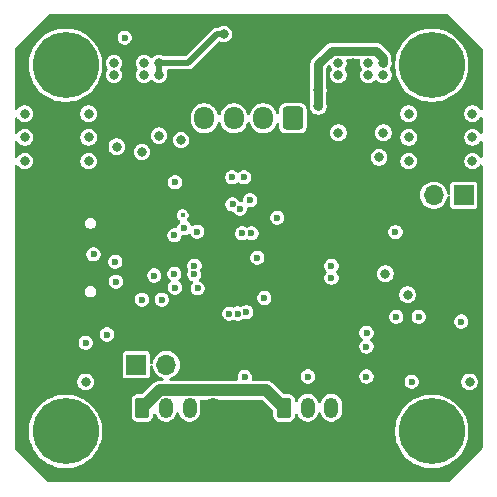
<source format=gbr>
%TF.GenerationSoftware,KiCad,Pcbnew,9.0.0*%
%TF.CreationDate,2025-02-20T17:26:32-08:00*%
%TF.ProjectId,Integrated FOC Stepper Driver,496e7465-6772-4617-9465-6420464f4320,rev?*%
%TF.SameCoordinates,Original*%
%TF.FileFunction,Copper,L2,Inr*%
%TF.FilePolarity,Positive*%
%FSLAX46Y46*%
G04 Gerber Fmt 4.6, Leading zero omitted, Abs format (unit mm)*
G04 Created by KiCad (PCBNEW 9.0.0) date 2025-02-20 17:26:32*
%MOMM*%
%LPD*%
G01*
G04 APERTURE LIST*
G04 Aperture macros list*
%AMRoundRect*
0 Rectangle with rounded corners*
0 $1 Rounding radius*
0 $2 $3 $4 $5 $6 $7 $8 $9 X,Y pos of 4 corners*
0 Add a 4 corners polygon primitive as box body*
4,1,4,$2,$3,$4,$5,$6,$7,$8,$9,$2,$3,0*
0 Add four circle primitives for the rounded corners*
1,1,$1+$1,$2,$3*
1,1,$1+$1,$4,$5*
1,1,$1+$1,$6,$7*
1,1,$1+$1,$8,$9*
0 Add four rect primitives between the rounded corners*
20,1,$1+$1,$2,$3,$4,$5,0*
20,1,$1+$1,$4,$5,$6,$7,0*
20,1,$1+$1,$6,$7,$8,$9,0*
20,1,$1+$1,$8,$9,$2,$3,0*%
G04 Aperture macros list end*
%TA.AperFunction,ComponentPad*%
%ADD10C,5.600000*%
%TD*%
%TA.AperFunction,ComponentPad*%
%ADD11R,1.700000X1.700000*%
%TD*%
%TA.AperFunction,ComponentPad*%
%ADD12O,1.700000X1.700000*%
%TD*%
%TA.AperFunction,HeatsinkPad*%
%ADD13O,2.100000X1.000000*%
%TD*%
%TA.AperFunction,HeatsinkPad*%
%ADD14O,1.800000X1.000000*%
%TD*%
%TA.AperFunction,ComponentPad*%
%ADD15C,0.600000*%
%TD*%
%TA.AperFunction,ComponentPad*%
%ADD16RoundRect,0.250000X-0.350000X-0.625000X0.350000X-0.625000X0.350000X0.625000X-0.350000X0.625000X0*%
%TD*%
%TA.AperFunction,ComponentPad*%
%ADD17O,1.200000X1.750000*%
%TD*%
%TA.AperFunction,ComponentPad*%
%ADD18RoundRect,0.250000X0.600000X0.725000X-0.600000X0.725000X-0.600000X-0.725000X0.600000X-0.725000X0*%
%TD*%
%TA.AperFunction,ComponentPad*%
%ADD19O,1.700000X1.950000*%
%TD*%
%TA.AperFunction,ViaPad*%
%ADD20C,0.600000*%
%TD*%
%TA.AperFunction,ViaPad*%
%ADD21C,0.800000*%
%TD*%
%TA.AperFunction,ViaPad*%
%ADD22C,0.400000*%
%TD*%
%TA.AperFunction,Conductor*%
%ADD23C,1.000000*%
%TD*%
%TA.AperFunction,Conductor*%
%ADD24C,0.750000*%
%TD*%
%TA.AperFunction,Conductor*%
%ADD25C,0.500000*%
%TD*%
G04 APERTURE END LIST*
D10*
%TO.N,N/C*%
%TO.C,H4*%
X34500000Y-65500000D03*
%TD*%
D11*
%TO.N,/CAN_H*%
%TO.C,J5*%
X40500000Y-59850000D03*
D12*
%TO.N,Net-(J5-Pin_2)*%
X43040000Y-59850000D03*
%TD*%
D11*
%TO.N,Net-(J2-Pin_1)*%
%TO.C,J2*%
X68210000Y-45500000D03*
D12*
%TO.N,Net-(J2-Pin_2)*%
X65670000Y-45500000D03*
%TO.N,GND*%
X63130000Y-45500000D03*
%TD*%
D13*
%TO.N,GND*%
%TO.C,J1*%
X37125000Y-46430000D03*
D14*
X32925000Y-46430000D03*
D13*
X37125000Y-55070000D03*
D14*
X32925000Y-55070000D03*
%TD*%
D15*
%TO.N,GND*%
%TO.C,U6*%
X57550000Y-38150000D03*
X58850000Y-38150000D03*
X60150000Y-38150000D03*
X61450000Y-38150000D03*
X57550000Y-36850000D03*
X58850000Y-36850000D03*
X60150000Y-36850000D03*
X61450000Y-36850000D03*
%TD*%
D10*
%TO.N,N/C*%
%TO.C,H2*%
X65500000Y-34500000D03*
%TD*%
D16*
%TO.N,VBUS*%
%TO.C,J4*%
X53000000Y-63500000D03*
D17*
%TO.N,/CAN_H*%
X55000000Y-63500000D03*
%TO.N,/CAN_L*%
X57000000Y-63500000D03*
%TO.N,GND*%
X59000000Y-63500000D03*
%TD*%
D15*
%TO.N,GND*%
%TO.C,U7*%
X38550000Y-38150000D03*
X39850000Y-38150000D03*
X41150000Y-38150000D03*
X42450000Y-38150000D03*
X38550000Y-36850000D03*
X39850000Y-36850000D03*
X41150000Y-36850000D03*
X42450000Y-36850000D03*
%TD*%
D16*
%TO.N,VBUS*%
%TO.C,J3*%
X41000000Y-63500000D03*
D17*
%TO.N,/CAN_H*%
X43000000Y-63500000D03*
%TO.N,/CAN_L*%
X45000000Y-63500000D03*
%TO.N,GND*%
X47000000Y-63500000D03*
%TD*%
D10*
%TO.N,N/C*%
%TO.C,H3*%
X65500000Y-65500000D03*
%TD*%
D18*
%TO.N,/A2*%
%TO.C,J6*%
X53750000Y-39000000D03*
D19*
%TO.N,/A1*%
X51250000Y-39000000D03*
%TO.N,/B2*%
X48750000Y-39000000D03*
%TO.N,/B1*%
X46250000Y-39000000D03*
%TD*%
D10*
%TO.N,N/C*%
%TO.C,H1*%
X34500000Y-34500000D03*
%TD*%
D20*
%TO.N,+3.3V*%
X45680000Y-53390000D03*
X50240000Y-48730000D03*
D21*
X61575000Y-52150000D03*
D20*
X45640000Y-48590000D03*
X40965000Y-54350000D03*
X42002500Y-52302500D03*
X62426567Y-48625219D03*
D21*
X61405000Y-40200000D03*
D20*
X43760000Y-44400000D03*
X48600000Y-43990000D03*
X49600000Y-43990000D03*
D22*
X44410000Y-47190000D03*
D21*
X42405000Y-40450000D03*
D20*
X51330000Y-54210000D03*
X52415000Y-47410000D03*
D21*
X61050000Y-42295000D03*
%TO.N,GND*%
X34550000Y-40600000D03*
D20*
X48000000Y-59350000D03*
D21*
X57360000Y-45800000D03*
X67050000Y-42600000D03*
X39865000Y-35300000D03*
D20*
X37300000Y-60350000D03*
X39681250Y-45237500D03*
X44660000Y-42700000D03*
D21*
X52800000Y-55100000D03*
X32950000Y-38600000D03*
X50050000Y-63450000D03*
D20*
X49000000Y-50800000D03*
D21*
X61575000Y-50250000D03*
X34550000Y-42600000D03*
X31650000Y-48350000D03*
X35200000Y-49600000D03*
X64900000Y-59625000D03*
X54794881Y-51375000D03*
X58865000Y-35300000D03*
X60150000Y-64850000D03*
X58865000Y-34300000D03*
D20*
X42675000Y-46425000D03*
D21*
X32950000Y-40600000D03*
X66150000Y-58400000D03*
D20*
X40995000Y-53350000D03*
D21*
X60125000Y-53030000D03*
X39865000Y-34300000D03*
D20*
X52000000Y-57650000D03*
X61410000Y-32330000D03*
D21*
X54980000Y-54025000D03*
X43300000Y-67650000D03*
D20*
X47000000Y-50800000D03*
D21*
X46300000Y-42850000D03*
X50100000Y-67450000D03*
X65450000Y-42600000D03*
X34550000Y-38600000D03*
D20*
X47000000Y-44020000D03*
D21*
X54600000Y-68350000D03*
X68000000Y-52000000D03*
D20*
X37725000Y-53950000D03*
D21*
X61161372Y-60134644D03*
X55575000Y-49065000D03*
D20*
X48000000Y-52000000D03*
X46480000Y-57460000D03*
D21*
X47300000Y-40750000D03*
X31300000Y-58000000D03*
X67050000Y-40600000D03*
D20*
X37725000Y-47550000D03*
X44443750Y-46031250D03*
D21*
X59100000Y-54900000D03*
X53180000Y-46570000D03*
X67050000Y-38600000D03*
X63800000Y-58000000D03*
X32950000Y-42600000D03*
D20*
X42260000Y-43260000D03*
D21*
X51937500Y-59950000D03*
D20*
X50000000Y-57675000D03*
D21*
X50150000Y-34150000D03*
D20*
X39775000Y-43250000D03*
X47000000Y-52000000D03*
D21*
X31750000Y-53500000D03*
X65450000Y-40600000D03*
D20*
X46490000Y-60390000D03*
X68325000Y-62925000D03*
X48000000Y-50800000D03*
X40741268Y-48858732D03*
D21*
X53050000Y-31450000D03*
X40850000Y-57050000D03*
X65450000Y-38600000D03*
X58450000Y-58000000D03*
X37900000Y-63950000D03*
D20*
X38550000Y-32160000D03*
D21*
X57700000Y-67000000D03*
D20*
X50600000Y-44020000D03*
D21*
X33750000Y-58050000D03*
D20*
%TO.N,+1V1*%
X50727492Y-50799999D03*
X45411254Y-51461254D03*
D21*
%TO.N,VBUS*%
X31050000Y-40600000D03*
X55900000Y-36575000D03*
X68950000Y-42600000D03*
X42405000Y-35300000D03*
X31050000Y-38600000D03*
X36450000Y-38600000D03*
D20*
X39510000Y-32160000D03*
D21*
X55900000Y-37975000D03*
X36450000Y-40600000D03*
X42405000Y-34300000D03*
X63550000Y-38600000D03*
X61405000Y-35300000D03*
X68950000Y-40600000D03*
X44275000Y-40825000D03*
X31050000Y-42600000D03*
X68950000Y-38600000D03*
X61405000Y-34300000D03*
X47900000Y-31860000D03*
X63550000Y-40600000D03*
X63550000Y-42600000D03*
X36450000Y-42600000D03*
D20*
%TO.N,/USB_D+*%
X57010000Y-51500000D03*
X36863907Y-50499999D03*
%TO.N,/USB_D-*%
X57010000Y-52500000D03*
X38713632Y-51138490D03*
D21*
%TO.N,/B2*%
X38595000Y-34300000D03*
X38595000Y-35300000D03*
%TO.N,/B1*%
X41135000Y-34300000D03*
X41135000Y-35300000D03*
%TO.N,/A2*%
X57595000Y-34300000D03*
X57595000Y-35300000D03*
%TO.N,/A1*%
X60135000Y-34300000D03*
X60135000Y-35300000D03*
D20*
%TO.N,/NEOPIXEL*%
X38000000Y-57300000D03*
X43702569Y-48901594D03*
%TO.N,/A_CURRENT*%
X48359527Y-55525811D03*
D21*
X40965748Y-41834252D03*
X57595000Y-40200000D03*
D20*
%TO.N,/B_CURRENT*%
X49084474Y-55516833D03*
D21*
X38835000Y-41390000D03*
D20*
%TO.N,+5V*%
X59975000Y-58315000D03*
D21*
X63450000Y-53925000D03*
X68700000Y-61300000D03*
X36200000Y-61300000D03*
D20*
%TO.N,/SCL*%
X48636962Y-46275513D03*
%TO.N,/MT6701_PUSH*%
X44562500Y-48275000D03*
%TO.N,/SDA*%
X49257757Y-46650001D03*
%TO.N,/CAN_TX*%
X49446758Y-48724999D03*
X59975000Y-60855000D03*
%TO.N,/CAN_S*%
X43755882Y-53325000D03*
X55025000Y-60855000D03*
%TO.N,/CAN_RX*%
X50125000Y-45919492D03*
X59980000Y-57150000D03*
%TO.N,/MT6701_ANALOG*%
X49800000Y-55400000D03*
%TO.N,/VUSB*%
X38771232Y-52828768D03*
X62500000Y-55800000D03*
%TO.N,Net-(D1-DOUT)*%
X63800000Y-61300000D03*
X36200000Y-58000000D03*
%TO.N,Net-(U3-VOUT)*%
X49662500Y-60900000D03*
X64400000Y-55800000D03*
%TO.N,Net-(J2-Pin_2)*%
X43713536Y-52163993D03*
%TO.N,Net-(J2-Pin_1)*%
X45401422Y-52199539D03*
%TO.N,Net-(U1-RUN)*%
X68000000Y-56200000D03*
X42650000Y-54350000D03*
%TD*%
D23*
%TO.N,VBUS*%
X41000000Y-63500000D02*
X41000000Y-63492588D01*
D24*
X57030000Y-33260000D02*
X55900000Y-34390000D01*
X55900000Y-34390000D02*
X55900000Y-37975000D01*
D23*
X42492588Y-62000000D02*
X51500000Y-62000000D01*
D25*
X47900000Y-31860000D02*
X47290000Y-31860000D01*
X44850000Y-34300000D02*
X42405000Y-34300000D01*
D23*
X41000000Y-63492588D02*
X42492588Y-62000000D01*
X51500000Y-62000000D02*
X53000000Y-63500000D01*
D25*
X42405000Y-34300000D02*
X42405000Y-35300000D01*
D24*
X60800000Y-33260000D02*
X57030000Y-33260000D01*
X61405000Y-34300000D02*
X61405000Y-33865000D01*
X61405000Y-33865000D02*
X60800000Y-33260000D01*
D25*
X47290000Y-31860000D02*
X44850000Y-34300000D01*
%TD*%
%TA.AperFunction,Conductor*%
%TO.N,GND*%
G36*
X66932627Y-30220185D02*
G01*
X66953269Y-30236819D01*
X69763181Y-33046731D01*
X69796666Y-33108054D01*
X69799500Y-33134412D01*
X69799500Y-38201725D01*
X69779815Y-38268764D01*
X69727011Y-38314519D01*
X69657853Y-38324463D01*
X69594297Y-38295438D01*
X69572398Y-38270616D01*
X69494114Y-38153458D01*
X69494111Y-38153454D01*
X69396545Y-38055888D01*
X69396541Y-38055885D01*
X69281817Y-37979228D01*
X69281804Y-37979221D01*
X69154332Y-37926421D01*
X69154322Y-37926418D01*
X69018995Y-37899500D01*
X69018993Y-37899500D01*
X68881007Y-37899500D01*
X68881005Y-37899500D01*
X68745677Y-37926418D01*
X68745667Y-37926421D01*
X68618195Y-37979221D01*
X68618182Y-37979228D01*
X68503458Y-38055885D01*
X68503454Y-38055888D01*
X68405888Y-38153454D01*
X68405885Y-38153458D01*
X68329228Y-38268182D01*
X68329221Y-38268195D01*
X68276421Y-38395667D01*
X68276418Y-38395677D01*
X68249500Y-38531004D01*
X68249500Y-38531007D01*
X68249500Y-38668993D01*
X68249500Y-38668995D01*
X68249499Y-38668995D01*
X68276418Y-38804322D01*
X68276421Y-38804332D01*
X68329221Y-38931804D01*
X68329228Y-38931817D01*
X68405885Y-39046541D01*
X68405888Y-39046545D01*
X68503454Y-39144111D01*
X68503458Y-39144114D01*
X68618182Y-39220771D01*
X68618195Y-39220778D01*
X68716571Y-39261526D01*
X68745672Y-39273580D01*
X68745676Y-39273580D01*
X68745677Y-39273581D01*
X68881004Y-39300500D01*
X68881007Y-39300500D01*
X69018995Y-39300500D01*
X69110041Y-39282389D01*
X69154328Y-39273580D01*
X69281811Y-39220775D01*
X69396542Y-39144114D01*
X69494114Y-39046542D01*
X69533553Y-38987516D01*
X69572398Y-38929383D01*
X69626010Y-38884578D01*
X69695335Y-38875871D01*
X69758363Y-38906026D01*
X69795082Y-38965469D01*
X69799500Y-38998274D01*
X69799500Y-40201725D01*
X69779815Y-40268764D01*
X69727011Y-40314519D01*
X69657853Y-40324463D01*
X69594297Y-40295438D01*
X69572398Y-40270616D01*
X69494114Y-40153458D01*
X69494111Y-40153454D01*
X69396545Y-40055888D01*
X69396541Y-40055885D01*
X69281817Y-39979228D01*
X69281804Y-39979221D01*
X69154332Y-39926421D01*
X69154322Y-39926418D01*
X69018995Y-39899500D01*
X69018993Y-39899500D01*
X68881007Y-39899500D01*
X68881005Y-39899500D01*
X68745677Y-39926418D01*
X68745667Y-39926421D01*
X68618195Y-39979221D01*
X68618182Y-39979228D01*
X68503458Y-40055885D01*
X68503454Y-40055888D01*
X68405888Y-40153454D01*
X68405885Y-40153458D01*
X68329228Y-40268182D01*
X68329221Y-40268195D01*
X68276421Y-40395667D01*
X68276418Y-40395677D01*
X68249500Y-40531004D01*
X68249500Y-40531007D01*
X68249500Y-40668993D01*
X68249500Y-40668995D01*
X68249499Y-40668995D01*
X68276418Y-40804322D01*
X68276421Y-40804332D01*
X68329221Y-40931804D01*
X68329228Y-40931817D01*
X68405885Y-41046541D01*
X68405888Y-41046545D01*
X68503454Y-41144111D01*
X68503458Y-41144114D01*
X68618182Y-41220771D01*
X68618195Y-41220778D01*
X68740749Y-41271541D01*
X68745672Y-41273580D01*
X68745676Y-41273580D01*
X68745677Y-41273581D01*
X68881004Y-41300500D01*
X68881007Y-41300500D01*
X69018995Y-41300500D01*
X69110041Y-41282389D01*
X69154328Y-41273580D01*
X69281811Y-41220775D01*
X69396542Y-41144114D01*
X69494114Y-41046542D01*
X69533553Y-40987516D01*
X69572398Y-40929383D01*
X69626010Y-40884578D01*
X69695335Y-40875871D01*
X69758363Y-40906026D01*
X69795082Y-40965469D01*
X69799500Y-40998274D01*
X69799500Y-42201725D01*
X69779815Y-42268764D01*
X69727011Y-42314519D01*
X69657853Y-42324463D01*
X69594297Y-42295438D01*
X69572398Y-42270616D01*
X69494114Y-42153458D01*
X69494111Y-42153454D01*
X69396545Y-42055888D01*
X69396541Y-42055885D01*
X69281817Y-41979228D01*
X69281804Y-41979221D01*
X69154332Y-41926421D01*
X69154322Y-41926418D01*
X69018995Y-41899500D01*
X69018993Y-41899500D01*
X68881007Y-41899500D01*
X68881005Y-41899500D01*
X68745677Y-41926418D01*
X68745667Y-41926421D01*
X68618195Y-41979221D01*
X68618182Y-41979228D01*
X68503458Y-42055885D01*
X68503454Y-42055888D01*
X68405888Y-42153454D01*
X68405885Y-42153458D01*
X68329228Y-42268182D01*
X68329221Y-42268195D01*
X68276421Y-42395667D01*
X68276418Y-42395677D01*
X68249500Y-42531004D01*
X68249500Y-42531007D01*
X68249500Y-42668993D01*
X68249500Y-42668995D01*
X68249499Y-42668995D01*
X68276418Y-42804322D01*
X68276421Y-42804332D01*
X68329221Y-42931804D01*
X68329228Y-42931817D01*
X68405885Y-43046541D01*
X68405888Y-43046545D01*
X68503454Y-43144111D01*
X68503458Y-43144114D01*
X68618182Y-43220771D01*
X68618195Y-43220778D01*
X68745667Y-43273578D01*
X68745672Y-43273580D01*
X68745676Y-43273580D01*
X68745677Y-43273581D01*
X68881004Y-43300500D01*
X68881007Y-43300500D01*
X69018995Y-43300500D01*
X69110041Y-43282389D01*
X69154328Y-43273580D01*
X69281811Y-43220775D01*
X69396542Y-43144114D01*
X69494114Y-43046542D01*
X69546208Y-42968578D01*
X69572398Y-42929383D01*
X69626010Y-42884578D01*
X69695335Y-42875871D01*
X69758363Y-42906026D01*
X69795082Y-42965469D01*
X69799500Y-42998274D01*
X69799500Y-66865588D01*
X69779815Y-66932627D01*
X69763181Y-66953269D01*
X66953269Y-69763181D01*
X66891946Y-69796666D01*
X66865588Y-69799500D01*
X33134412Y-69799500D01*
X33067373Y-69779815D01*
X33046731Y-69763181D01*
X30236819Y-66953269D01*
X30203334Y-66891946D01*
X30200500Y-66865588D01*
X30200500Y-65325875D01*
X31399500Y-65325875D01*
X31399500Y-65674124D01*
X31438489Y-66020158D01*
X31438491Y-66020170D01*
X31515982Y-66359684D01*
X31515985Y-66359692D01*
X31630999Y-66688382D01*
X31782092Y-67002130D01*
X31967371Y-67296999D01*
X31967372Y-67297001D01*
X32184487Y-67569256D01*
X32430743Y-67815512D01*
X32702998Y-68032627D01*
X32703001Y-68032628D01*
X32703003Y-68032630D01*
X32997867Y-68217906D01*
X33311621Y-68369002D01*
X33558488Y-68455384D01*
X33640307Y-68484014D01*
X33640315Y-68484017D01*
X33640318Y-68484017D01*
X33640319Y-68484018D01*
X33979829Y-68561509D01*
X34325876Y-68600499D01*
X34325877Y-68600500D01*
X34325880Y-68600500D01*
X34674123Y-68600500D01*
X34674123Y-68600499D01*
X35020171Y-68561509D01*
X35359681Y-68484018D01*
X35688379Y-68369002D01*
X36002133Y-68217906D01*
X36296997Y-68032630D01*
X36297001Y-68032627D01*
X36569256Y-67815512D01*
X36569258Y-67815509D01*
X36569263Y-67815506D01*
X36815506Y-67569263D01*
X37032630Y-67296997D01*
X37217906Y-67002133D01*
X37369002Y-66688379D01*
X37484018Y-66359681D01*
X37561509Y-66020171D01*
X37600500Y-65674120D01*
X37600500Y-65325880D01*
X37600499Y-65325875D01*
X62399500Y-65325875D01*
X62399500Y-65674124D01*
X62438489Y-66020158D01*
X62438491Y-66020170D01*
X62515982Y-66359684D01*
X62515985Y-66359692D01*
X62630999Y-66688382D01*
X62782092Y-67002130D01*
X62967371Y-67296999D01*
X62967372Y-67297001D01*
X63184487Y-67569256D01*
X63430743Y-67815512D01*
X63702998Y-68032627D01*
X63703001Y-68032628D01*
X63703003Y-68032630D01*
X63997867Y-68217906D01*
X64311621Y-68369002D01*
X64558488Y-68455384D01*
X64640307Y-68484014D01*
X64640315Y-68484017D01*
X64640318Y-68484017D01*
X64640319Y-68484018D01*
X64979829Y-68561509D01*
X65325876Y-68600499D01*
X65325877Y-68600500D01*
X65325880Y-68600500D01*
X65674123Y-68600500D01*
X65674123Y-68600499D01*
X66020171Y-68561509D01*
X66359681Y-68484018D01*
X66688379Y-68369002D01*
X67002133Y-68217906D01*
X67296997Y-68032630D01*
X67297001Y-68032627D01*
X67569256Y-67815512D01*
X67569258Y-67815509D01*
X67569263Y-67815506D01*
X67815506Y-67569263D01*
X68032630Y-67296997D01*
X68217906Y-67002133D01*
X68369002Y-66688379D01*
X68484018Y-66359681D01*
X68561509Y-66020171D01*
X68600500Y-65674120D01*
X68600500Y-65325880D01*
X68561509Y-64979829D01*
X68484018Y-64640319D01*
X68369002Y-64311621D01*
X68217906Y-63997867D01*
X68032630Y-63703003D01*
X68032628Y-63703000D01*
X68032627Y-63702998D01*
X67815512Y-63430743D01*
X67569256Y-63184487D01*
X67297001Y-62967372D01*
X67296999Y-62967371D01*
X67002130Y-62782092D01*
X66688382Y-62630999D01*
X66359692Y-62515985D01*
X66359684Y-62515982D01*
X66105048Y-62457863D01*
X66020171Y-62438491D01*
X66020167Y-62438490D01*
X66020158Y-62438489D01*
X65674124Y-62399500D01*
X65674120Y-62399500D01*
X65325880Y-62399500D01*
X65325875Y-62399500D01*
X64979841Y-62438489D01*
X64979829Y-62438491D01*
X64640315Y-62515982D01*
X64640307Y-62515985D01*
X64311617Y-62630999D01*
X63997869Y-62782092D01*
X63703000Y-62967371D01*
X63702998Y-62967372D01*
X63430743Y-63184487D01*
X63184487Y-63430743D01*
X62967372Y-63702998D01*
X62967371Y-63703000D01*
X62782092Y-63997869D01*
X62630999Y-64311617D01*
X62515985Y-64640307D01*
X62515982Y-64640315D01*
X62438491Y-64979829D01*
X62438489Y-64979841D01*
X62399500Y-65325875D01*
X37600499Y-65325875D01*
X37561509Y-64979829D01*
X37484018Y-64640319D01*
X37369002Y-64311621D01*
X37217906Y-63997867D01*
X37032630Y-63703003D01*
X37032628Y-63703000D01*
X37032627Y-63702998D01*
X36815512Y-63430743D01*
X36569256Y-63184487D01*
X36297001Y-62967372D01*
X36296999Y-62967371D01*
X36002130Y-62782092D01*
X35688382Y-62630999D01*
X35359692Y-62515985D01*
X35359684Y-62515982D01*
X35105048Y-62457863D01*
X35020171Y-62438491D01*
X35020167Y-62438490D01*
X35020158Y-62438489D01*
X34674124Y-62399500D01*
X34674120Y-62399500D01*
X34325880Y-62399500D01*
X34325875Y-62399500D01*
X33979841Y-62438489D01*
X33979829Y-62438491D01*
X33640315Y-62515982D01*
X33640307Y-62515985D01*
X33311617Y-62630999D01*
X32997869Y-62782092D01*
X32703000Y-62967371D01*
X32702998Y-62967372D01*
X32430743Y-63184487D01*
X32184487Y-63430743D01*
X31967372Y-63702998D01*
X31967371Y-63703000D01*
X31782092Y-63997869D01*
X31630999Y-64311617D01*
X31515985Y-64640307D01*
X31515982Y-64640315D01*
X31438491Y-64979829D01*
X31438489Y-64979841D01*
X31399500Y-65325875D01*
X30200500Y-65325875D01*
X30200500Y-61368995D01*
X35499499Y-61368995D01*
X35526418Y-61504322D01*
X35526421Y-61504332D01*
X35579221Y-61631804D01*
X35579228Y-61631817D01*
X35655885Y-61746541D01*
X35655888Y-61746545D01*
X35753454Y-61844111D01*
X35753458Y-61844114D01*
X35868182Y-61920771D01*
X35868195Y-61920778D01*
X35995667Y-61973578D01*
X35995672Y-61973580D01*
X35995676Y-61973580D01*
X35995677Y-61973581D01*
X36131004Y-62000500D01*
X36131007Y-62000500D01*
X36268995Y-62000500D01*
X36360041Y-61982389D01*
X36404328Y-61973580D01*
X36531811Y-61920775D01*
X36646542Y-61844114D01*
X36744114Y-61746542D01*
X36820775Y-61631811D01*
X36873580Y-61504328D01*
X36898498Y-61379057D01*
X36900500Y-61368995D01*
X36900500Y-61231004D01*
X36873581Y-61095677D01*
X36873580Y-61095676D01*
X36873580Y-61095672D01*
X36869901Y-61086790D01*
X36820778Y-60968195D01*
X36820771Y-60968182D01*
X36744114Y-60853458D01*
X36744111Y-60853454D01*
X36646545Y-60755888D01*
X36646541Y-60755885D01*
X36531817Y-60679228D01*
X36531804Y-60679221D01*
X36404332Y-60626421D01*
X36404322Y-60626418D01*
X36268995Y-60599500D01*
X36268993Y-60599500D01*
X36131007Y-60599500D01*
X36131005Y-60599500D01*
X35995677Y-60626418D01*
X35995667Y-60626421D01*
X35868195Y-60679221D01*
X35868182Y-60679228D01*
X35753458Y-60755885D01*
X35753454Y-60755888D01*
X35655888Y-60853454D01*
X35655885Y-60853458D01*
X35579228Y-60968182D01*
X35579221Y-60968195D01*
X35526421Y-61095667D01*
X35526418Y-61095677D01*
X35499500Y-61231004D01*
X35499500Y-61231007D01*
X35499500Y-61368993D01*
X35499500Y-61368995D01*
X35499499Y-61368995D01*
X30200500Y-61368995D01*
X30200500Y-58955131D01*
X39349500Y-58955131D01*
X39349500Y-60744856D01*
X39349502Y-60744882D01*
X39352413Y-60769987D01*
X39352415Y-60769991D01*
X39397793Y-60872764D01*
X39397794Y-60872765D01*
X39477235Y-60952206D01*
X39580009Y-60997585D01*
X39605135Y-61000500D01*
X41394864Y-61000499D01*
X41394879Y-61000497D01*
X41394882Y-61000497D01*
X41419987Y-60997586D01*
X41419988Y-60997585D01*
X41419991Y-60997585D01*
X41522765Y-60952206D01*
X41602206Y-60872765D01*
X41647585Y-60769991D01*
X41650500Y-60744865D01*
X41650499Y-60007125D01*
X41670183Y-59940089D01*
X41722987Y-59894334D01*
X41792146Y-59884390D01*
X41855702Y-59913415D01*
X41893476Y-59972193D01*
X41896972Y-59987729D01*
X41917829Y-60119410D01*
X41973787Y-60291636D01*
X41973788Y-60291639D01*
X42056006Y-60452997D01*
X42162441Y-60599494D01*
X42162445Y-60599499D01*
X42290500Y-60727554D01*
X42290505Y-60727558D01*
X42357102Y-60775943D01*
X42437006Y-60833996D01*
X42513094Y-60872765D01*
X42598360Y-60916211D01*
X42598363Y-60916212D01*
X42725649Y-60957569D01*
X42783324Y-60997006D01*
X42810523Y-61061364D01*
X42798609Y-61130211D01*
X42751365Y-61181687D01*
X42687331Y-61199500D01*
X42413743Y-61199500D01*
X42333364Y-61215489D01*
X42333363Y-61215489D01*
X42259098Y-61230261D01*
X42259086Y-61230264D01*
X42113415Y-61290602D01*
X42113403Y-61290609D01*
X42010588Y-61359309D01*
X42010587Y-61359310D01*
X41982296Y-61378212D01*
X41982295Y-61378213D01*
X41072329Y-62288181D01*
X41011006Y-62321666D01*
X40984648Y-62324500D01*
X40606898Y-62324500D01*
X40567853Y-62329188D01*
X40518438Y-62335122D01*
X40377656Y-62390639D01*
X40257077Y-62482077D01*
X40165639Y-62602656D01*
X40110122Y-62743438D01*
X40105481Y-62782092D01*
X40099500Y-62831898D01*
X40099500Y-64168102D01*
X40103516Y-64201541D01*
X40110122Y-64256561D01*
X40165639Y-64397343D01*
X40257077Y-64517922D01*
X40377656Y-64609360D01*
X40377657Y-64609360D01*
X40377658Y-64609361D01*
X40518436Y-64664877D01*
X40606898Y-64675500D01*
X40606903Y-64675500D01*
X41393097Y-64675500D01*
X41393102Y-64675500D01*
X41481564Y-64664877D01*
X41622342Y-64609361D01*
X41742922Y-64517922D01*
X41834361Y-64397342D01*
X41889877Y-64256564D01*
X41900500Y-64168102D01*
X41900500Y-64097080D01*
X41920185Y-64030041D01*
X41972989Y-63984286D01*
X42042147Y-63974342D01*
X42105703Y-64003367D01*
X42139061Y-64049628D01*
X42201983Y-64201541D01*
X42201990Y-64201553D01*
X42300535Y-64349034D01*
X42300538Y-64349038D01*
X42425961Y-64474461D01*
X42425965Y-64474464D01*
X42573446Y-64573009D01*
X42573459Y-64573016D01*
X42696363Y-64623923D01*
X42737334Y-64640894D01*
X42737336Y-64640894D01*
X42737341Y-64640896D01*
X42911304Y-64675499D01*
X42911307Y-64675500D01*
X42911309Y-64675500D01*
X43088693Y-64675500D01*
X43088694Y-64675499D01*
X43146682Y-64663964D01*
X43262658Y-64640896D01*
X43262661Y-64640894D01*
X43262666Y-64640894D01*
X43426547Y-64573013D01*
X43574035Y-64474464D01*
X43699464Y-64349035D01*
X43798013Y-64201547D01*
X43865894Y-64037666D01*
X43873811Y-63997869D01*
X43878383Y-63974882D01*
X43910768Y-63912971D01*
X43971483Y-63878397D01*
X44041253Y-63882136D01*
X44097925Y-63923003D01*
X44121617Y-63974882D01*
X44134103Y-64037658D01*
X44134106Y-64037667D01*
X44201983Y-64201540D01*
X44201990Y-64201553D01*
X44300535Y-64349034D01*
X44300538Y-64349038D01*
X44425961Y-64474461D01*
X44425965Y-64474464D01*
X44573446Y-64573009D01*
X44573459Y-64573016D01*
X44696363Y-64623923D01*
X44737334Y-64640894D01*
X44737336Y-64640894D01*
X44737341Y-64640896D01*
X44911304Y-64675499D01*
X44911307Y-64675500D01*
X44911309Y-64675500D01*
X45088693Y-64675500D01*
X45088694Y-64675499D01*
X45146682Y-64663964D01*
X45262658Y-64640896D01*
X45262661Y-64640894D01*
X45262666Y-64640894D01*
X45426547Y-64573013D01*
X45574035Y-64474464D01*
X45699464Y-64349035D01*
X45798013Y-64201547D01*
X45865894Y-64037666D01*
X45900500Y-63863691D01*
X45900500Y-63136309D01*
X45900500Y-63136306D01*
X45900499Y-63136304D01*
X45865895Y-62962337D01*
X45865336Y-62960494D01*
X45865326Y-62959480D01*
X45864706Y-62956359D01*
X45865298Y-62956241D01*
X45864713Y-62890628D01*
X45901962Y-62831515D01*
X45965256Y-62801924D01*
X45983997Y-62800500D01*
X51117060Y-62800500D01*
X51184099Y-62820185D01*
X51204741Y-62836819D01*
X52063181Y-63695259D01*
X52096666Y-63756582D01*
X52099500Y-63782940D01*
X52099500Y-64168102D01*
X52103516Y-64201541D01*
X52110122Y-64256561D01*
X52165639Y-64397343D01*
X52257077Y-64517922D01*
X52377656Y-64609360D01*
X52377657Y-64609360D01*
X52377658Y-64609361D01*
X52518436Y-64664877D01*
X52606898Y-64675500D01*
X52606903Y-64675500D01*
X53393097Y-64675500D01*
X53393102Y-64675500D01*
X53481564Y-64664877D01*
X53622342Y-64609361D01*
X53742922Y-64517922D01*
X53834361Y-64397342D01*
X53889877Y-64256564D01*
X53900500Y-64168102D01*
X53900500Y-64097080D01*
X53920185Y-64030041D01*
X53972989Y-63984286D01*
X54042147Y-63974342D01*
X54105703Y-64003367D01*
X54139061Y-64049628D01*
X54201983Y-64201541D01*
X54201990Y-64201553D01*
X54300535Y-64349034D01*
X54300538Y-64349038D01*
X54425961Y-64474461D01*
X54425965Y-64474464D01*
X54573446Y-64573009D01*
X54573459Y-64573016D01*
X54696363Y-64623923D01*
X54737334Y-64640894D01*
X54737336Y-64640894D01*
X54737341Y-64640896D01*
X54911304Y-64675499D01*
X54911307Y-64675500D01*
X54911309Y-64675500D01*
X55088693Y-64675500D01*
X55088694Y-64675499D01*
X55146682Y-64663964D01*
X55262658Y-64640896D01*
X55262661Y-64640894D01*
X55262666Y-64640894D01*
X55426547Y-64573013D01*
X55574035Y-64474464D01*
X55699464Y-64349035D01*
X55798013Y-64201547D01*
X55865894Y-64037666D01*
X55873811Y-63997869D01*
X55878383Y-63974882D01*
X55910768Y-63912971D01*
X55971483Y-63878397D01*
X56041253Y-63882136D01*
X56097925Y-63923003D01*
X56121617Y-63974882D01*
X56134103Y-64037658D01*
X56134106Y-64037667D01*
X56201983Y-64201540D01*
X56201990Y-64201553D01*
X56300535Y-64349034D01*
X56300538Y-64349038D01*
X56425961Y-64474461D01*
X56425965Y-64474464D01*
X56573446Y-64573009D01*
X56573459Y-64573016D01*
X56696363Y-64623923D01*
X56737334Y-64640894D01*
X56737336Y-64640894D01*
X56737341Y-64640896D01*
X56911304Y-64675499D01*
X56911307Y-64675500D01*
X56911309Y-64675500D01*
X57088693Y-64675500D01*
X57088694Y-64675499D01*
X57146682Y-64663964D01*
X57262658Y-64640896D01*
X57262661Y-64640894D01*
X57262666Y-64640894D01*
X57426547Y-64573013D01*
X57574035Y-64474464D01*
X57699464Y-64349035D01*
X57798013Y-64201547D01*
X57865894Y-64037666D01*
X57900500Y-63863691D01*
X57900500Y-63136309D01*
X57900500Y-63136306D01*
X57900499Y-63136304D01*
X57865896Y-62962341D01*
X57865893Y-62962332D01*
X57798016Y-62798459D01*
X57798009Y-62798446D01*
X57699464Y-62650965D01*
X57699461Y-62650961D01*
X57574038Y-62525538D01*
X57574034Y-62525535D01*
X57426553Y-62426990D01*
X57426540Y-62426983D01*
X57262667Y-62359106D01*
X57262658Y-62359103D01*
X57088694Y-62324500D01*
X57088691Y-62324500D01*
X56911309Y-62324500D01*
X56911306Y-62324500D01*
X56737341Y-62359103D01*
X56737332Y-62359106D01*
X56573459Y-62426983D01*
X56573446Y-62426990D01*
X56425965Y-62525535D01*
X56425961Y-62525538D01*
X56300538Y-62650961D01*
X56300535Y-62650965D01*
X56201990Y-62798446D01*
X56201983Y-62798459D01*
X56134106Y-62962332D01*
X56134104Y-62962340D01*
X56121617Y-63025118D01*
X56089232Y-63087028D01*
X56028516Y-63121603D01*
X55958747Y-63117863D01*
X55902075Y-63076996D01*
X55878383Y-63025118D01*
X55865895Y-62962340D01*
X55865894Y-62962334D01*
X55813905Y-62836819D01*
X55798016Y-62798459D01*
X55798009Y-62798446D01*
X55699464Y-62650965D01*
X55699461Y-62650961D01*
X55574038Y-62525538D01*
X55574034Y-62525535D01*
X55426553Y-62426990D01*
X55426540Y-62426983D01*
X55262667Y-62359106D01*
X55262658Y-62359103D01*
X55088694Y-62324500D01*
X55088691Y-62324500D01*
X54911309Y-62324500D01*
X54911306Y-62324500D01*
X54737341Y-62359103D01*
X54737332Y-62359106D01*
X54573459Y-62426983D01*
X54573446Y-62426990D01*
X54425965Y-62525535D01*
X54425961Y-62525538D01*
X54300538Y-62650961D01*
X54300535Y-62650965D01*
X54201990Y-62798446D01*
X54201983Y-62798459D01*
X54139061Y-62950371D01*
X54095221Y-63004775D01*
X54028927Y-63026840D01*
X53961227Y-63009561D01*
X53913616Y-62958424D01*
X53900500Y-62902919D01*
X53900500Y-62831903D01*
X53900500Y-62831898D01*
X53889877Y-62743436D01*
X53834361Y-62602658D01*
X53834360Y-62602657D01*
X53834360Y-62602656D01*
X53742922Y-62482077D01*
X53622343Y-62390639D01*
X53481561Y-62335122D01*
X53435926Y-62329642D01*
X53393102Y-62324500D01*
X53393097Y-62324500D01*
X53007940Y-62324500D01*
X52940901Y-62304815D01*
X52920259Y-62288181D01*
X52010292Y-61378213D01*
X52010288Y-61378210D01*
X51879185Y-61290609D01*
X51879172Y-61290602D01*
X51733501Y-61230264D01*
X51733489Y-61230261D01*
X51578845Y-61199500D01*
X51578842Y-61199500D01*
X50365532Y-61199500D01*
X50298493Y-61179815D01*
X50252738Y-61127011D01*
X50242794Y-61057853D01*
X50245754Y-61043418D01*
X50263000Y-60979057D01*
X50263000Y-60820943D01*
X50250942Y-60775943D01*
X54424500Y-60775943D01*
X54424500Y-60934057D01*
X54442304Y-61000500D01*
X54465423Y-61086783D01*
X54465426Y-61086790D01*
X54544475Y-61223709D01*
X54544479Y-61223714D01*
X54544480Y-61223716D01*
X54656284Y-61335520D01*
X54656286Y-61335521D01*
X54656290Y-61335524D01*
X54731691Y-61379056D01*
X54793216Y-61414577D01*
X54945943Y-61455500D01*
X54945945Y-61455500D01*
X55104055Y-61455500D01*
X55104057Y-61455500D01*
X55256784Y-61414577D01*
X55393716Y-61335520D01*
X55505520Y-61223716D01*
X55584577Y-61086784D01*
X55625500Y-60934057D01*
X55625500Y-60775943D01*
X59374500Y-60775943D01*
X59374500Y-60934057D01*
X59392304Y-61000500D01*
X59415423Y-61086783D01*
X59415426Y-61086790D01*
X59494475Y-61223709D01*
X59494479Y-61223714D01*
X59494480Y-61223716D01*
X59606284Y-61335520D01*
X59606286Y-61335521D01*
X59606290Y-61335524D01*
X59681691Y-61379056D01*
X59743216Y-61414577D01*
X59895943Y-61455500D01*
X59895945Y-61455500D01*
X60054055Y-61455500D01*
X60054057Y-61455500D01*
X60206784Y-61414577D01*
X60343716Y-61335520D01*
X60455520Y-61223716D01*
X60457121Y-61220943D01*
X63199500Y-61220943D01*
X63199500Y-61379057D01*
X63233068Y-61504332D01*
X63240423Y-61531783D01*
X63240426Y-61531790D01*
X63319475Y-61668709D01*
X63319479Y-61668714D01*
X63319480Y-61668716D01*
X63431284Y-61780520D01*
X63431286Y-61780521D01*
X63431290Y-61780524D01*
X63541428Y-61844111D01*
X63568216Y-61859577D01*
X63720943Y-61900500D01*
X63720945Y-61900500D01*
X63879055Y-61900500D01*
X63879057Y-61900500D01*
X64031784Y-61859577D01*
X64168716Y-61780520D01*
X64280520Y-61668716D01*
X64359577Y-61531784D01*
X64400500Y-61379057D01*
X64400500Y-61368995D01*
X67999499Y-61368995D01*
X68026418Y-61504322D01*
X68026421Y-61504332D01*
X68079221Y-61631804D01*
X68079228Y-61631817D01*
X68155885Y-61746541D01*
X68155888Y-61746545D01*
X68253454Y-61844111D01*
X68253458Y-61844114D01*
X68368182Y-61920771D01*
X68368195Y-61920778D01*
X68495667Y-61973578D01*
X68495672Y-61973580D01*
X68495676Y-61973580D01*
X68495677Y-61973581D01*
X68631004Y-62000500D01*
X68631007Y-62000500D01*
X68768995Y-62000500D01*
X68860041Y-61982389D01*
X68904328Y-61973580D01*
X69031811Y-61920775D01*
X69146542Y-61844114D01*
X69244114Y-61746542D01*
X69320775Y-61631811D01*
X69373580Y-61504328D01*
X69398498Y-61379057D01*
X69400500Y-61368995D01*
X69400500Y-61231004D01*
X69373581Y-61095677D01*
X69373580Y-61095676D01*
X69373580Y-61095672D01*
X69369901Y-61086790D01*
X69320778Y-60968195D01*
X69320771Y-60968182D01*
X69244114Y-60853458D01*
X69244111Y-60853454D01*
X69146545Y-60755888D01*
X69146541Y-60755885D01*
X69031817Y-60679228D01*
X69031804Y-60679221D01*
X68904332Y-60626421D01*
X68904322Y-60626418D01*
X68768995Y-60599500D01*
X68768993Y-60599500D01*
X68631007Y-60599500D01*
X68631005Y-60599500D01*
X68495677Y-60626418D01*
X68495667Y-60626421D01*
X68368195Y-60679221D01*
X68368182Y-60679228D01*
X68253458Y-60755885D01*
X68253454Y-60755888D01*
X68155888Y-60853454D01*
X68155885Y-60853458D01*
X68079228Y-60968182D01*
X68079221Y-60968195D01*
X68026421Y-61095667D01*
X68026418Y-61095677D01*
X67999500Y-61231004D01*
X67999500Y-61231007D01*
X67999500Y-61368993D01*
X67999500Y-61368995D01*
X67999499Y-61368995D01*
X64400500Y-61368995D01*
X64400500Y-61220943D01*
X64359577Y-61068216D01*
X64318798Y-60997584D01*
X64280524Y-60931290D01*
X64280518Y-60931282D01*
X64168717Y-60819481D01*
X64168709Y-60819475D01*
X64031790Y-60740426D01*
X64031786Y-60740424D01*
X64031784Y-60740423D01*
X63879057Y-60699500D01*
X63720943Y-60699500D01*
X63568216Y-60740423D01*
X63568209Y-60740426D01*
X63431290Y-60819475D01*
X63431282Y-60819481D01*
X63319481Y-60931282D01*
X63319475Y-60931290D01*
X63240426Y-61068209D01*
X63240423Y-61068216D01*
X63199500Y-61220943D01*
X60457121Y-61220943D01*
X60485887Y-61171119D01*
X60497609Y-61150816D01*
X60511352Y-61127011D01*
X60534577Y-61086784D01*
X60575500Y-60934057D01*
X60575500Y-60775943D01*
X60534577Y-60623216D01*
X60481501Y-60531284D01*
X60455524Y-60486290D01*
X60455518Y-60486282D01*
X60343717Y-60374481D01*
X60343709Y-60374475D01*
X60206790Y-60295426D01*
X60206786Y-60295424D01*
X60206784Y-60295423D01*
X60054057Y-60254500D01*
X59895943Y-60254500D01*
X59743216Y-60295423D01*
X59743209Y-60295426D01*
X59606290Y-60374475D01*
X59606282Y-60374481D01*
X59494481Y-60486282D01*
X59494475Y-60486290D01*
X59415426Y-60623209D01*
X59415423Y-60623216D01*
X59374500Y-60775943D01*
X55625500Y-60775943D01*
X55584577Y-60623216D01*
X55531501Y-60531284D01*
X55505524Y-60486290D01*
X55505518Y-60486282D01*
X55393717Y-60374481D01*
X55393709Y-60374475D01*
X55256790Y-60295426D01*
X55256786Y-60295424D01*
X55256784Y-60295423D01*
X55104057Y-60254500D01*
X54945943Y-60254500D01*
X54793216Y-60295423D01*
X54793209Y-60295426D01*
X54656290Y-60374475D01*
X54656282Y-60374481D01*
X54544481Y-60486282D01*
X54544475Y-60486290D01*
X54465426Y-60623209D01*
X54465423Y-60623216D01*
X54424500Y-60775943D01*
X50250942Y-60775943D01*
X50222077Y-60668216D01*
X50197945Y-60626418D01*
X50143024Y-60531290D01*
X50143018Y-60531282D01*
X50031217Y-60419481D01*
X50031209Y-60419475D01*
X49894290Y-60340426D01*
X49894286Y-60340424D01*
X49894284Y-60340423D01*
X49741557Y-60299500D01*
X49583443Y-60299500D01*
X49430716Y-60340423D01*
X49430709Y-60340426D01*
X49293790Y-60419475D01*
X49293782Y-60419481D01*
X49181981Y-60531282D01*
X49181975Y-60531290D01*
X49102926Y-60668209D01*
X49102924Y-60668214D01*
X49102923Y-60668216D01*
X49062000Y-60820943D01*
X49062000Y-60979057D01*
X49079242Y-61043408D01*
X49077580Y-61113256D01*
X49038418Y-61171119D01*
X48974189Y-61198623D01*
X48959468Y-61199500D01*
X43392669Y-61199500D01*
X43325630Y-61179815D01*
X43279875Y-61127011D01*
X43269931Y-61057853D01*
X43298956Y-60994297D01*
X43354351Y-60957569D01*
X43481636Y-60916212D01*
X43481639Y-60916211D01*
X43642994Y-60833996D01*
X43789501Y-60727553D01*
X43917553Y-60599501D01*
X44023996Y-60452994D01*
X44106211Y-60291639D01*
X44162171Y-60119409D01*
X44176765Y-60027259D01*
X44190500Y-59940551D01*
X44190500Y-59759448D01*
X44174019Y-59655397D01*
X44162171Y-59580591D01*
X44106211Y-59408361D01*
X44106211Y-59408360D01*
X44077740Y-59352484D01*
X44023996Y-59247006D01*
X44010396Y-59228287D01*
X43917558Y-59100505D01*
X43917554Y-59100500D01*
X43789499Y-58972445D01*
X43789494Y-58972441D01*
X43642997Y-58866006D01*
X43642996Y-58866005D01*
X43642994Y-58866004D01*
X43566906Y-58827235D01*
X43481639Y-58783788D01*
X43481636Y-58783787D01*
X43309410Y-58727829D01*
X43130551Y-58699500D01*
X43130546Y-58699500D01*
X42949454Y-58699500D01*
X42949449Y-58699500D01*
X42770589Y-58727829D01*
X42598363Y-58783787D01*
X42598360Y-58783788D01*
X42437002Y-58866006D01*
X42290505Y-58972441D01*
X42290500Y-58972445D01*
X42162445Y-59100500D01*
X42162441Y-59100505D01*
X42056006Y-59247002D01*
X41973788Y-59408360D01*
X41973787Y-59408363D01*
X41917829Y-59580589D01*
X41896972Y-59712271D01*
X41867042Y-59775405D01*
X41807731Y-59812336D01*
X41737868Y-59811338D01*
X41679636Y-59772728D01*
X41651522Y-59708764D01*
X41650499Y-59692872D01*
X41650499Y-58955143D01*
X41650499Y-58955136D01*
X41650497Y-58955117D01*
X41647586Y-58930012D01*
X41647585Y-58930010D01*
X41647585Y-58930009D01*
X41602206Y-58827235D01*
X41522765Y-58747794D01*
X41522763Y-58747793D01*
X41419992Y-58702415D01*
X41394865Y-58699500D01*
X39605143Y-58699500D01*
X39605117Y-58699502D01*
X39580012Y-58702413D01*
X39580008Y-58702415D01*
X39477235Y-58747793D01*
X39397794Y-58827234D01*
X39352415Y-58930006D01*
X39352415Y-58930008D01*
X39349500Y-58955131D01*
X30200500Y-58955131D01*
X30200500Y-57920943D01*
X35599500Y-57920943D01*
X35599500Y-58079057D01*
X35630761Y-58195722D01*
X35640423Y-58231783D01*
X35640426Y-58231790D01*
X35719475Y-58368709D01*
X35719479Y-58368714D01*
X35719480Y-58368716D01*
X35831284Y-58480520D01*
X35831286Y-58480521D01*
X35831290Y-58480524D01*
X35946068Y-58546790D01*
X35968216Y-58559577D01*
X36120943Y-58600500D01*
X36120945Y-58600500D01*
X36279055Y-58600500D01*
X36279057Y-58600500D01*
X36431784Y-58559577D01*
X36568716Y-58480520D01*
X36680520Y-58368716D01*
X36757176Y-58235943D01*
X59374500Y-58235943D01*
X59374500Y-58394056D01*
X59415423Y-58546783D01*
X59415426Y-58546790D01*
X59494475Y-58683709D01*
X59494479Y-58683714D01*
X59494480Y-58683716D01*
X59606284Y-58795520D01*
X59606286Y-58795521D01*
X59606290Y-58795524D01*
X59661216Y-58827235D01*
X59743216Y-58874577D01*
X59895943Y-58915500D01*
X59895945Y-58915500D01*
X60054055Y-58915500D01*
X60054057Y-58915500D01*
X60206784Y-58874577D01*
X60343716Y-58795520D01*
X60455520Y-58683716D01*
X60534577Y-58546784D01*
X60575500Y-58394057D01*
X60575500Y-58235943D01*
X60534577Y-58083216D01*
X60532174Y-58079054D01*
X60455524Y-57946290D01*
X60455518Y-57946282D01*
X60343715Y-57834479D01*
X60341412Y-57832712D01*
X60339961Y-57830725D01*
X60337969Y-57828733D01*
X60338279Y-57828422D01*
X60300209Y-57776284D01*
X60296055Y-57706538D01*
X60330268Y-57645618D01*
X60342779Y-57636140D01*
X60342265Y-57635470D01*
X60348709Y-57630523D01*
X60348716Y-57630520D01*
X60460520Y-57518716D01*
X60539577Y-57381784D01*
X60580500Y-57229057D01*
X60580500Y-57070943D01*
X60539577Y-56918216D01*
X60482573Y-56819481D01*
X60460524Y-56781290D01*
X60460518Y-56781282D01*
X60348717Y-56669481D01*
X60348709Y-56669475D01*
X60211790Y-56590426D01*
X60211786Y-56590424D01*
X60211784Y-56590423D01*
X60059057Y-56549500D01*
X59900943Y-56549500D01*
X59748216Y-56590423D01*
X59748209Y-56590426D01*
X59611290Y-56669475D01*
X59611282Y-56669481D01*
X59499481Y-56781282D01*
X59499475Y-56781290D01*
X59420426Y-56918209D01*
X59420423Y-56918216D01*
X59379500Y-57070943D01*
X59379500Y-57229057D01*
X59419693Y-57379057D01*
X59420423Y-57381783D01*
X59420426Y-57381790D01*
X59499475Y-57518709D01*
X59499479Y-57518714D01*
X59499480Y-57518716D01*
X59611284Y-57630520D01*
X59611286Y-57630521D01*
X59613586Y-57632286D01*
X59615036Y-57634272D01*
X59617031Y-57636267D01*
X59616720Y-57636577D01*
X59654789Y-57688713D01*
X59658944Y-57758459D01*
X59624732Y-57819380D01*
X59612226Y-57828866D01*
X59612735Y-57829530D01*
X59606282Y-57834481D01*
X59494481Y-57946282D01*
X59494475Y-57946290D01*
X59415426Y-58083209D01*
X59415423Y-58083216D01*
X59374500Y-58235943D01*
X36757176Y-58235943D01*
X36759577Y-58231784D01*
X36800500Y-58079057D01*
X36800500Y-57920943D01*
X36759577Y-57768216D01*
X36723968Y-57706538D01*
X36680524Y-57631290D01*
X36680518Y-57631282D01*
X36568717Y-57519481D01*
X36568709Y-57519475D01*
X36431790Y-57440426D01*
X36431786Y-57440424D01*
X36431784Y-57440423D01*
X36279057Y-57399500D01*
X36120943Y-57399500D01*
X35968216Y-57440423D01*
X35968209Y-57440426D01*
X35831290Y-57519475D01*
X35831282Y-57519481D01*
X35719481Y-57631282D01*
X35719475Y-57631290D01*
X35640426Y-57768209D01*
X35640423Y-57768216D01*
X35599500Y-57920943D01*
X30200500Y-57920943D01*
X30200500Y-57220943D01*
X37399500Y-57220943D01*
X37399500Y-57379057D01*
X37437127Y-57519481D01*
X37440423Y-57531783D01*
X37440426Y-57531790D01*
X37519475Y-57668709D01*
X37519479Y-57668714D01*
X37519480Y-57668716D01*
X37631284Y-57780520D01*
X37631286Y-57780521D01*
X37631290Y-57780524D01*
X37724746Y-57834480D01*
X37768216Y-57859577D01*
X37920943Y-57900500D01*
X37920945Y-57900500D01*
X38079055Y-57900500D01*
X38079057Y-57900500D01*
X38231784Y-57859577D01*
X38368716Y-57780520D01*
X38480520Y-57668716D01*
X38559577Y-57531784D01*
X38600500Y-57379057D01*
X38600500Y-57220943D01*
X38559577Y-57068216D01*
X38559573Y-57068209D01*
X38480524Y-56931290D01*
X38480518Y-56931282D01*
X38368717Y-56819481D01*
X38368709Y-56819475D01*
X38231790Y-56740426D01*
X38231786Y-56740424D01*
X38231784Y-56740423D01*
X38079057Y-56699500D01*
X37920943Y-56699500D01*
X37768216Y-56740423D01*
X37768209Y-56740426D01*
X37631290Y-56819475D01*
X37631282Y-56819481D01*
X37519481Y-56931282D01*
X37519475Y-56931290D01*
X37440426Y-57068209D01*
X37440423Y-57068216D01*
X37399500Y-57220943D01*
X30200500Y-57220943D01*
X30200500Y-55446754D01*
X47759027Y-55446754D01*
X47759027Y-55604868D01*
X47789738Y-55719481D01*
X47799950Y-55757594D01*
X47799953Y-55757601D01*
X47879002Y-55894520D01*
X47879006Y-55894525D01*
X47879007Y-55894527D01*
X47990811Y-56006331D01*
X47990813Y-56006332D01*
X47990817Y-56006335D01*
X48127736Y-56085384D01*
X48127743Y-56085388D01*
X48280470Y-56126311D01*
X48280472Y-56126311D01*
X48438582Y-56126311D01*
X48438584Y-56126311D01*
X48591311Y-56085388D01*
X48667776Y-56041240D01*
X48735676Y-56024768D01*
X48791774Y-56041240D01*
X48852690Y-56076410D01*
X49005417Y-56117333D01*
X49005419Y-56117333D01*
X49163529Y-56117333D01*
X49163531Y-56117333D01*
X49316258Y-56076410D01*
X49453190Y-55997353D01*
X49456663Y-55993880D01*
X49517984Y-55960391D01*
X49576441Y-55961780D01*
X49720943Y-56000500D01*
X49720945Y-56000500D01*
X49879055Y-56000500D01*
X49879057Y-56000500D01*
X50031784Y-55959577D01*
X50168716Y-55880520D01*
X50280520Y-55768716D01*
X50308102Y-55720943D01*
X61899500Y-55720943D01*
X61899500Y-55879057D01*
X61933603Y-56006329D01*
X61940423Y-56031783D01*
X61940426Y-56031790D01*
X62019475Y-56168709D01*
X62019479Y-56168714D01*
X62019480Y-56168716D01*
X62131284Y-56280520D01*
X62131286Y-56280521D01*
X62131290Y-56280524D01*
X62268209Y-56359573D01*
X62268216Y-56359577D01*
X62420943Y-56400500D01*
X62420945Y-56400500D01*
X62579055Y-56400500D01*
X62579057Y-56400500D01*
X62731784Y-56359577D01*
X62868716Y-56280520D01*
X62980520Y-56168716D01*
X63059577Y-56031784D01*
X63100500Y-55879057D01*
X63100500Y-55720943D01*
X63799500Y-55720943D01*
X63799500Y-55879057D01*
X63833603Y-56006329D01*
X63840423Y-56031783D01*
X63840426Y-56031790D01*
X63919475Y-56168709D01*
X63919479Y-56168714D01*
X63919480Y-56168716D01*
X64031284Y-56280520D01*
X64031286Y-56280521D01*
X64031290Y-56280524D01*
X64168209Y-56359573D01*
X64168216Y-56359577D01*
X64320943Y-56400500D01*
X64320945Y-56400500D01*
X64479055Y-56400500D01*
X64479057Y-56400500D01*
X64631784Y-56359577D01*
X64768716Y-56280520D01*
X64880520Y-56168716D01*
X64908102Y-56120943D01*
X67399500Y-56120943D01*
X67399500Y-56279057D01*
X67432041Y-56400500D01*
X67440423Y-56431783D01*
X67440426Y-56431790D01*
X67519475Y-56568709D01*
X67519479Y-56568714D01*
X67519480Y-56568716D01*
X67631284Y-56680520D01*
X67631286Y-56680521D01*
X67631290Y-56680524D01*
X67735040Y-56740423D01*
X67768216Y-56759577D01*
X67920943Y-56800500D01*
X67920945Y-56800500D01*
X68079055Y-56800500D01*
X68079057Y-56800500D01*
X68231784Y-56759577D01*
X68368716Y-56680520D01*
X68480520Y-56568716D01*
X68559577Y-56431784D01*
X68600500Y-56279057D01*
X68600500Y-56120943D01*
X68559577Y-55968216D01*
X68517029Y-55894520D01*
X68480524Y-55831290D01*
X68480518Y-55831282D01*
X68368717Y-55719481D01*
X68368709Y-55719475D01*
X68231790Y-55640426D01*
X68231786Y-55640424D01*
X68231784Y-55640423D01*
X68079057Y-55599500D01*
X67920943Y-55599500D01*
X67768216Y-55640423D01*
X67768209Y-55640426D01*
X67631290Y-55719475D01*
X67631282Y-55719481D01*
X67519481Y-55831282D01*
X67519475Y-55831290D01*
X67440426Y-55968209D01*
X67440423Y-55968216D01*
X67399500Y-56120943D01*
X64908102Y-56120943D01*
X64959577Y-56031784D01*
X65000500Y-55879057D01*
X65000500Y-55720943D01*
X64959577Y-55568216D01*
X64908101Y-55479056D01*
X64880524Y-55431290D01*
X64880518Y-55431282D01*
X64768717Y-55319481D01*
X64768709Y-55319475D01*
X64631790Y-55240426D01*
X64631786Y-55240424D01*
X64631784Y-55240423D01*
X64479057Y-55199500D01*
X64320943Y-55199500D01*
X64168216Y-55240423D01*
X64168209Y-55240426D01*
X64031290Y-55319475D01*
X64031282Y-55319481D01*
X63919481Y-55431282D01*
X63919475Y-55431290D01*
X63840426Y-55568209D01*
X63840423Y-55568216D01*
X63799500Y-55720943D01*
X63100500Y-55720943D01*
X63059577Y-55568216D01*
X63008101Y-55479056D01*
X62980524Y-55431290D01*
X62980518Y-55431282D01*
X62868717Y-55319481D01*
X62868709Y-55319475D01*
X62731790Y-55240426D01*
X62731786Y-55240424D01*
X62731784Y-55240423D01*
X62579057Y-55199500D01*
X62420943Y-55199500D01*
X62268216Y-55240423D01*
X62268209Y-55240426D01*
X62131290Y-55319475D01*
X62131282Y-55319481D01*
X62019481Y-55431282D01*
X62019475Y-55431290D01*
X61940426Y-55568209D01*
X61940423Y-55568216D01*
X61899500Y-55720943D01*
X50308102Y-55720943D01*
X50359577Y-55631784D01*
X50400500Y-55479057D01*
X50400500Y-55320943D01*
X50359577Y-55168216D01*
X50353155Y-55157093D01*
X50280524Y-55031290D01*
X50280518Y-55031282D01*
X50168717Y-54919481D01*
X50168709Y-54919475D01*
X50031790Y-54840426D01*
X50031786Y-54840424D01*
X50031784Y-54840423D01*
X49879057Y-54799500D01*
X49720943Y-54799500D01*
X49568216Y-54840423D01*
X49568209Y-54840426D01*
X49431283Y-54919479D01*
X49427795Y-54922967D01*
X49366468Y-54956445D01*
X49308030Y-54955051D01*
X49188289Y-54922967D01*
X49163531Y-54916333D01*
X49005417Y-54916333D01*
X48852690Y-54957256D01*
X48852685Y-54957258D01*
X48776222Y-55001403D01*
X48708322Y-55017874D01*
X48652224Y-55001402D01*
X48591313Y-54966235D01*
X48591312Y-54966234D01*
X48591311Y-54966234D01*
X48438584Y-54925311D01*
X48280470Y-54925311D01*
X48127743Y-54966234D01*
X48127736Y-54966237D01*
X47990817Y-55045286D01*
X47990809Y-55045292D01*
X47879008Y-55157093D01*
X47879002Y-55157101D01*
X47799953Y-55294020D01*
X47799950Y-55294027D01*
X47759027Y-55446754D01*
X30200500Y-55446754D01*
X30200500Y-54270943D01*
X40364500Y-54270943D01*
X40364500Y-54429057D01*
X40395776Y-54545778D01*
X40405423Y-54581783D01*
X40405426Y-54581790D01*
X40484475Y-54718709D01*
X40484479Y-54718714D01*
X40484480Y-54718716D01*
X40596284Y-54830520D01*
X40596286Y-54830521D01*
X40596290Y-54830524D01*
X40733209Y-54909573D01*
X40733216Y-54909577D01*
X40885943Y-54950500D01*
X40885945Y-54950500D01*
X41044055Y-54950500D01*
X41044057Y-54950500D01*
X41196784Y-54909577D01*
X41333716Y-54830520D01*
X41445520Y-54718716D01*
X41524577Y-54581784D01*
X41565500Y-54429057D01*
X41565500Y-54270943D01*
X42049500Y-54270943D01*
X42049500Y-54429057D01*
X42080776Y-54545778D01*
X42090423Y-54581783D01*
X42090426Y-54581790D01*
X42169475Y-54718709D01*
X42169479Y-54718714D01*
X42169480Y-54718716D01*
X42281284Y-54830520D01*
X42281286Y-54830521D01*
X42281290Y-54830524D01*
X42418209Y-54909573D01*
X42418216Y-54909577D01*
X42570943Y-54950500D01*
X42570945Y-54950500D01*
X42729055Y-54950500D01*
X42729057Y-54950500D01*
X42881784Y-54909577D01*
X43018716Y-54830520D01*
X43130520Y-54718716D01*
X43209577Y-54581784D01*
X43250500Y-54429057D01*
X43250500Y-54270943D01*
X43212987Y-54130943D01*
X50729500Y-54130943D01*
X50729500Y-54289057D01*
X50767013Y-54429055D01*
X50770423Y-54441783D01*
X50770426Y-54441790D01*
X50849475Y-54578709D01*
X50849479Y-54578714D01*
X50849480Y-54578716D01*
X50961284Y-54690520D01*
X50961286Y-54690521D01*
X50961290Y-54690524D01*
X51098209Y-54769573D01*
X51098216Y-54769577D01*
X51250943Y-54810500D01*
X51250945Y-54810500D01*
X51409055Y-54810500D01*
X51409057Y-54810500D01*
X51561784Y-54769577D01*
X51698716Y-54690520D01*
X51810520Y-54578716D01*
X51889577Y-54441784D01*
X51930500Y-54289057D01*
X51930500Y-54130943D01*
X51893805Y-53993995D01*
X62749499Y-53993995D01*
X62776418Y-54129322D01*
X62776421Y-54129332D01*
X62829221Y-54256804D01*
X62829228Y-54256817D01*
X62905885Y-54371541D01*
X62905888Y-54371545D01*
X63003454Y-54469111D01*
X63003458Y-54469114D01*
X63118182Y-54545771D01*
X63118195Y-54545778D01*
X63205137Y-54581790D01*
X63245672Y-54598580D01*
X63245676Y-54598580D01*
X63245677Y-54598581D01*
X63381004Y-54625500D01*
X63381007Y-54625500D01*
X63518995Y-54625500D01*
X63610041Y-54607389D01*
X63654328Y-54598580D01*
X63781811Y-54545775D01*
X63896542Y-54469114D01*
X63994114Y-54371542D01*
X64070775Y-54256811D01*
X64123580Y-54129328D01*
X64132777Y-54083094D01*
X64150500Y-53993995D01*
X64150500Y-53856004D01*
X64123581Y-53720677D01*
X64123580Y-53720676D01*
X64123580Y-53720672D01*
X64112415Y-53693717D01*
X64070778Y-53593195D01*
X64070771Y-53593182D01*
X63994114Y-53478458D01*
X63994111Y-53478454D01*
X63896545Y-53380888D01*
X63896541Y-53380885D01*
X63781817Y-53304228D01*
X63781804Y-53304221D01*
X63654332Y-53251421D01*
X63654322Y-53251418D01*
X63518995Y-53224500D01*
X63518993Y-53224500D01*
X63381007Y-53224500D01*
X63381005Y-53224500D01*
X63245677Y-53251418D01*
X63245667Y-53251421D01*
X63118195Y-53304221D01*
X63118182Y-53304228D01*
X63003458Y-53380885D01*
X63003454Y-53380888D01*
X62905888Y-53478454D01*
X62905885Y-53478458D01*
X62829228Y-53593182D01*
X62829221Y-53593195D01*
X62776421Y-53720667D01*
X62776418Y-53720677D01*
X62749500Y-53856004D01*
X62749500Y-53856007D01*
X62749500Y-53993993D01*
X62749500Y-53993995D01*
X62749499Y-53993995D01*
X51893805Y-53993995D01*
X51889577Y-53978216D01*
X51835514Y-53884576D01*
X51810522Y-53841287D01*
X51810518Y-53841282D01*
X51698717Y-53729481D01*
X51698709Y-53729475D01*
X51561790Y-53650426D01*
X51561786Y-53650424D01*
X51561784Y-53650423D01*
X51409057Y-53609500D01*
X51250943Y-53609500D01*
X51098216Y-53650423D01*
X51098209Y-53650426D01*
X50961290Y-53729475D01*
X50961282Y-53729481D01*
X50849481Y-53841282D01*
X50849475Y-53841290D01*
X50770426Y-53978209D01*
X50770423Y-53978216D01*
X50729500Y-54130943D01*
X43212987Y-54130943D01*
X43209577Y-54118216D01*
X43189300Y-54083095D01*
X43130524Y-53981290D01*
X43130518Y-53981282D01*
X43018717Y-53869481D01*
X43018709Y-53869475D01*
X42881790Y-53790426D01*
X42881786Y-53790424D01*
X42881784Y-53790423D01*
X42729057Y-53749500D01*
X42570943Y-53749500D01*
X42418216Y-53790423D01*
X42418209Y-53790426D01*
X42281290Y-53869475D01*
X42281282Y-53869481D01*
X42169481Y-53981282D01*
X42169475Y-53981290D01*
X42090426Y-54118209D01*
X42090423Y-54118216D01*
X42049500Y-54270943D01*
X41565500Y-54270943D01*
X41524577Y-54118216D01*
X41504300Y-54083095D01*
X41445524Y-53981290D01*
X41445518Y-53981282D01*
X41333717Y-53869481D01*
X41333709Y-53869475D01*
X41196790Y-53790426D01*
X41196786Y-53790424D01*
X41196784Y-53790423D01*
X41044057Y-53749500D01*
X40885943Y-53749500D01*
X40733216Y-53790423D01*
X40733209Y-53790426D01*
X40596290Y-53869475D01*
X40596282Y-53869481D01*
X40484481Y-53981282D01*
X40484475Y-53981290D01*
X40405426Y-54118209D01*
X40405423Y-54118216D01*
X40364500Y-54270943D01*
X30200500Y-54270943D01*
X30200500Y-53577399D01*
X36129500Y-53577399D01*
X36129500Y-53702601D01*
X36161905Y-53823536D01*
X36224505Y-53931964D01*
X36313036Y-54020495D01*
X36421464Y-54083095D01*
X36542399Y-54115500D01*
X36542401Y-54115500D01*
X36667599Y-54115500D01*
X36667601Y-54115500D01*
X36788536Y-54083095D01*
X36896964Y-54020495D01*
X36985495Y-53931964D01*
X37048095Y-53823536D01*
X37080500Y-53702601D01*
X37080500Y-53577399D01*
X37048095Y-53456464D01*
X36985495Y-53348036D01*
X36896964Y-53259505D01*
X36788536Y-53196905D01*
X36788537Y-53196905D01*
X36748224Y-53186103D01*
X36667601Y-53164500D01*
X36542399Y-53164500D01*
X36461775Y-53186103D01*
X36421463Y-53196905D01*
X36313037Y-53259504D01*
X36313034Y-53259506D01*
X36224506Y-53348034D01*
X36224504Y-53348037D01*
X36161905Y-53456463D01*
X36145702Y-53516931D01*
X36129500Y-53577399D01*
X30200500Y-53577399D01*
X30200500Y-52749711D01*
X38170732Y-52749711D01*
X38170732Y-52907825D01*
X38211394Y-53059576D01*
X38211655Y-53060551D01*
X38211658Y-53060558D01*
X38290707Y-53197477D01*
X38290711Y-53197482D01*
X38290712Y-53197484D01*
X38402516Y-53309288D01*
X38402518Y-53309289D01*
X38402522Y-53309292D01*
X38526532Y-53380888D01*
X38539448Y-53388345D01*
X38692175Y-53429268D01*
X38692177Y-53429268D01*
X38850287Y-53429268D01*
X38850289Y-53429268D01*
X39003016Y-53388345D01*
X39139948Y-53309288D01*
X39251752Y-53197484D01*
X39330809Y-53060552D01*
X39371732Y-52907825D01*
X39371732Y-52749711D01*
X39330809Y-52596984D01*
X39314223Y-52568256D01*
X39251756Y-52460058D01*
X39251750Y-52460050D01*
X39139949Y-52348249D01*
X39139944Y-52348245D01*
X39095705Y-52322704D01*
X39095704Y-52322704D01*
X39003016Y-52269191D01*
X38905456Y-52243050D01*
X38850289Y-52228268D01*
X38692175Y-52228268D01*
X38539448Y-52269191D01*
X38539441Y-52269194D01*
X38402522Y-52348243D01*
X38402514Y-52348249D01*
X38290713Y-52460050D01*
X38290707Y-52460058D01*
X38211658Y-52596977D01*
X38211655Y-52596984D01*
X38170732Y-52749711D01*
X30200500Y-52749711D01*
X30200500Y-52223443D01*
X41402000Y-52223443D01*
X41402000Y-52381557D01*
X41442502Y-52532710D01*
X41442923Y-52534283D01*
X41442926Y-52534290D01*
X41521975Y-52671209D01*
X41521979Y-52671214D01*
X41521980Y-52671216D01*
X41633784Y-52783020D01*
X41633786Y-52783021D01*
X41633790Y-52783024D01*
X41750664Y-52850500D01*
X41770716Y-52862077D01*
X41923443Y-52903000D01*
X41923445Y-52903000D01*
X42081555Y-52903000D01*
X42081557Y-52903000D01*
X42234284Y-52862077D01*
X42371216Y-52783020D01*
X42483020Y-52671216D01*
X42562077Y-52534284D01*
X42603000Y-52381557D01*
X42603000Y-52223443D01*
X42565887Y-52084936D01*
X43113036Y-52084936D01*
X43113036Y-52243050D01*
X43150149Y-52381555D01*
X43153959Y-52395776D01*
X43153962Y-52395783D01*
X43233011Y-52532702D01*
X43233015Y-52532707D01*
X43233016Y-52532709D01*
X43344820Y-52644513D01*
X43356186Y-52651075D01*
X43358491Y-52652406D01*
X43406706Y-52702974D01*
X43419928Y-52771581D01*
X43393960Y-52836446D01*
X43384172Y-52847474D01*
X43275360Y-52956286D01*
X43275357Y-52956290D01*
X43196308Y-53093209D01*
X43196305Y-53093216D01*
X43155382Y-53245943D01*
X43155382Y-53404057D01*
X43172799Y-53469056D01*
X43196305Y-53556783D01*
X43196308Y-53556790D01*
X43275357Y-53693709D01*
X43275361Y-53693714D01*
X43275362Y-53693716D01*
X43387166Y-53805520D01*
X43387168Y-53805521D01*
X43387172Y-53805524D01*
X43499747Y-53870518D01*
X43524098Y-53884577D01*
X43676825Y-53925500D01*
X43676827Y-53925500D01*
X43834937Y-53925500D01*
X43834939Y-53925500D01*
X43987666Y-53884577D01*
X44124598Y-53805520D01*
X44236402Y-53693716D01*
X44315459Y-53556784D01*
X44356382Y-53404057D01*
X44356382Y-53245943D01*
X44315459Y-53093216D01*
X44296037Y-53059576D01*
X44236406Y-52956290D01*
X44236400Y-52956282D01*
X44124597Y-52844479D01*
X44110924Y-52836585D01*
X44062710Y-52786016D01*
X44049489Y-52717409D01*
X44075458Y-52652545D01*
X44085230Y-52641534D01*
X44194056Y-52532709D01*
X44273113Y-52395777D01*
X44314036Y-52243050D01*
X44314036Y-52120482D01*
X44800922Y-52120482D01*
X44800922Y-52278596D01*
X44832321Y-52395777D01*
X44841845Y-52431322D01*
X44841848Y-52431329D01*
X44920897Y-52568248D01*
X44920901Y-52568253D01*
X44920902Y-52568255D01*
X45032706Y-52680059D01*
X45032708Y-52680060D01*
X45032712Y-52680063D01*
X45134489Y-52738823D01*
X45169638Y-52759116D01*
X45192484Y-52765237D01*
X45252142Y-52801598D01*
X45282673Y-52864444D01*
X45274380Y-52933820D01*
X45248072Y-52972691D01*
X45199481Y-53021282D01*
X45199475Y-53021290D01*
X45120426Y-53158209D01*
X45120423Y-53158216D01*
X45079500Y-53310943D01*
X45079500Y-53469057D01*
X45108531Y-53577400D01*
X45120423Y-53621783D01*
X45120426Y-53621790D01*
X45199475Y-53758709D01*
X45199479Y-53758714D01*
X45199480Y-53758716D01*
X45311284Y-53870520D01*
X45311286Y-53870521D01*
X45311290Y-53870524D01*
X45417709Y-53931964D01*
X45448216Y-53949577D01*
X45600943Y-53990500D01*
X45600945Y-53990500D01*
X45759055Y-53990500D01*
X45759057Y-53990500D01*
X45911784Y-53949577D01*
X46048716Y-53870520D01*
X46160520Y-53758716D01*
X46239577Y-53621784D01*
X46280500Y-53469057D01*
X46280500Y-53310943D01*
X46239577Y-53158216D01*
X46206255Y-53100500D01*
X46160524Y-53021290D01*
X46160518Y-53021282D01*
X46048717Y-52909481D01*
X46048709Y-52909475D01*
X45911790Y-52830426D01*
X45911784Y-52830423D01*
X45888936Y-52824301D01*
X45829278Y-52787938D01*
X45798748Y-52725091D01*
X45807042Y-52655715D01*
X45833348Y-52616848D01*
X45881942Y-52568255D01*
X45960999Y-52431323D01*
X46001922Y-52278596D01*
X46001922Y-52120482D01*
X45960999Y-51967755D01*
X45922404Y-51900907D01*
X45905933Y-51833012D01*
X45922404Y-51776916D01*
X45970831Y-51693038D01*
X46011754Y-51540311D01*
X46011754Y-51420943D01*
X56409500Y-51420943D01*
X56409500Y-51579057D01*
X56442443Y-51702000D01*
X56450423Y-51731783D01*
X56450426Y-51731790D01*
X56529475Y-51868709D01*
X56529481Y-51868717D01*
X56573083Y-51912319D01*
X56606568Y-51973642D01*
X56601584Y-52043334D01*
X56573083Y-52087681D01*
X56529481Y-52131282D01*
X56529475Y-52131290D01*
X56450426Y-52268209D01*
X56450423Y-52268216D01*
X56409500Y-52420943D01*
X56409500Y-52579057D01*
X56446572Y-52717409D01*
X56450423Y-52731783D01*
X56450426Y-52731790D01*
X56529475Y-52868709D01*
X56529479Y-52868714D01*
X56529480Y-52868716D01*
X56641284Y-52980520D01*
X56641286Y-52980521D01*
X56641290Y-52980524D01*
X56711900Y-53021290D01*
X56778216Y-53059577D01*
X56930943Y-53100500D01*
X56930945Y-53100500D01*
X57089055Y-53100500D01*
X57089057Y-53100500D01*
X57241784Y-53059577D01*
X57378716Y-52980520D01*
X57490520Y-52868716D01*
X57569577Y-52731784D01*
X57610500Y-52579057D01*
X57610500Y-52420943D01*
X57569577Y-52268216D01*
X57541160Y-52218995D01*
X60874499Y-52218995D01*
X60901418Y-52354322D01*
X60901421Y-52354332D01*
X60954221Y-52481804D01*
X60954228Y-52481817D01*
X61030885Y-52596541D01*
X61030888Y-52596545D01*
X61128454Y-52694111D01*
X61128458Y-52694114D01*
X61243182Y-52770771D01*
X61243195Y-52770778D01*
X61370667Y-52823578D01*
X61370672Y-52823580D01*
X61370676Y-52823580D01*
X61370677Y-52823581D01*
X61506004Y-52850500D01*
X61506007Y-52850500D01*
X61643995Y-52850500D01*
X61744926Y-52830423D01*
X61779328Y-52823580D01*
X61906811Y-52770775D01*
X62021542Y-52694114D01*
X62119114Y-52596542D01*
X62195775Y-52481811D01*
X62248580Y-52354328D01*
X62263645Y-52278594D01*
X62275500Y-52218995D01*
X62275500Y-52081004D01*
X62248581Y-51945677D01*
X62248580Y-51945676D01*
X62248580Y-51945672D01*
X62248578Y-51945667D01*
X62195778Y-51818195D01*
X62195771Y-51818182D01*
X62119114Y-51703458D01*
X62119111Y-51703454D01*
X62021545Y-51605888D01*
X62021541Y-51605885D01*
X61906817Y-51529228D01*
X61906804Y-51529221D01*
X61779332Y-51476421D01*
X61779322Y-51476418D01*
X61643995Y-51449500D01*
X61643993Y-51449500D01*
X61506007Y-51449500D01*
X61506005Y-51449500D01*
X61370677Y-51476418D01*
X61370667Y-51476421D01*
X61243195Y-51529221D01*
X61243182Y-51529228D01*
X61128458Y-51605885D01*
X61128454Y-51605888D01*
X61030888Y-51703454D01*
X61030885Y-51703458D01*
X60954228Y-51818182D01*
X60954221Y-51818195D01*
X60901421Y-51945667D01*
X60901418Y-51945677D01*
X60874500Y-52081004D01*
X60874500Y-52081007D01*
X60874500Y-52218993D01*
X60874500Y-52218995D01*
X60874499Y-52218995D01*
X57541160Y-52218995D01*
X57490520Y-52131284D01*
X57444321Y-52085085D01*
X57441900Y-52082360D01*
X57428490Y-52053934D01*
X57413432Y-52026358D01*
X57413701Y-52022587D01*
X57412089Y-52019169D01*
X57416174Y-51988015D01*
X57418416Y-51956666D01*
X57420763Y-51953012D01*
X57421173Y-51949892D01*
X57427840Y-51942001D01*
X57446917Y-51912319D01*
X57458324Y-51900912D01*
X57490520Y-51868716D01*
X57569577Y-51731784D01*
X57610500Y-51579057D01*
X57610500Y-51420943D01*
X57569577Y-51268216D01*
X57540323Y-51217546D01*
X57490524Y-51131290D01*
X57490518Y-51131282D01*
X57378717Y-51019481D01*
X57378709Y-51019475D01*
X57241790Y-50940426D01*
X57241786Y-50940424D01*
X57241784Y-50940423D01*
X57089057Y-50899500D01*
X56930943Y-50899500D01*
X56778216Y-50940423D01*
X56778209Y-50940426D01*
X56641290Y-51019475D01*
X56641282Y-51019481D01*
X56529481Y-51131282D01*
X56529475Y-51131290D01*
X56450426Y-51268209D01*
X56450423Y-51268216D01*
X56409500Y-51420943D01*
X46011754Y-51420943D01*
X46011754Y-51382197D01*
X45970831Y-51229470D01*
X45935755Y-51168716D01*
X45891778Y-51092544D01*
X45891772Y-51092536D01*
X45779971Y-50980735D01*
X45779963Y-50980729D01*
X45643044Y-50901680D01*
X45643040Y-50901678D01*
X45643038Y-50901677D01*
X45490311Y-50860754D01*
X45332197Y-50860754D01*
X45179470Y-50901677D01*
X45179463Y-50901680D01*
X45042544Y-50980729D01*
X45042536Y-50980735D01*
X44930735Y-51092536D01*
X44930729Y-51092544D01*
X44851680Y-51229463D01*
X44851677Y-51229470D01*
X44810754Y-51382197D01*
X44810754Y-51540311D01*
X44849115Y-51683474D01*
X44851677Y-51693037D01*
X44851677Y-51693038D01*
X44890269Y-51759882D01*
X44906741Y-51827782D01*
X44890269Y-51883880D01*
X44841845Y-51967754D01*
X44841845Y-51967755D01*
X44800922Y-52120482D01*
X44314036Y-52120482D01*
X44314036Y-52084936D01*
X44273113Y-51932209D01*
X44255044Y-51900912D01*
X44194060Y-51795283D01*
X44194054Y-51795275D01*
X44082253Y-51683474D01*
X44082245Y-51683468D01*
X43945326Y-51604419D01*
X43945322Y-51604417D01*
X43945320Y-51604416D01*
X43792593Y-51563493D01*
X43634479Y-51563493D01*
X43481752Y-51604416D01*
X43481745Y-51604419D01*
X43344826Y-51683468D01*
X43344818Y-51683474D01*
X43233017Y-51795275D01*
X43233011Y-51795283D01*
X43153962Y-51932202D01*
X43153959Y-51932209D01*
X43113036Y-52084936D01*
X42565887Y-52084936D01*
X42562077Y-52070716D01*
X42532317Y-52019169D01*
X42483024Y-51933790D01*
X42483018Y-51933782D01*
X42371217Y-51821981D01*
X42371209Y-51821975D01*
X42234290Y-51742926D01*
X42234286Y-51742924D01*
X42234284Y-51742923D01*
X42081557Y-51702000D01*
X41923443Y-51702000D01*
X41770716Y-51742923D01*
X41770709Y-51742926D01*
X41633790Y-51821975D01*
X41633782Y-51821981D01*
X41521981Y-51933782D01*
X41521975Y-51933790D01*
X41442926Y-52070709D01*
X41442923Y-52070716D01*
X41402000Y-52223443D01*
X30200500Y-52223443D01*
X30200500Y-50420942D01*
X36263407Y-50420942D01*
X36263407Y-50579055D01*
X36304330Y-50731782D01*
X36304333Y-50731789D01*
X36383382Y-50868708D01*
X36383386Y-50868713D01*
X36383387Y-50868715D01*
X36495191Y-50980519D01*
X36495193Y-50980520D01*
X36495197Y-50980523D01*
X36583994Y-51031789D01*
X36632123Y-51059576D01*
X36784850Y-51100499D01*
X36784852Y-51100499D01*
X36942962Y-51100499D01*
X36942964Y-51100499D01*
X37095691Y-51059576D01*
X37095939Y-51059433D01*
X38113132Y-51059433D01*
X38113132Y-51217547D01*
X38151189Y-51359576D01*
X38154055Y-51370273D01*
X38154058Y-51370280D01*
X38233107Y-51507199D01*
X38233111Y-51507204D01*
X38233112Y-51507206D01*
X38344916Y-51619010D01*
X38344918Y-51619011D01*
X38344922Y-51619014D01*
X38456570Y-51683473D01*
X38481848Y-51698067D01*
X38634575Y-51738990D01*
X38634577Y-51738990D01*
X38792687Y-51738990D01*
X38792689Y-51738990D01*
X38945416Y-51698067D01*
X39082348Y-51619010D01*
X39194152Y-51507206D01*
X39273209Y-51370274D01*
X39314132Y-51217547D01*
X39314132Y-51059433D01*
X39273209Y-50906706D01*
X39197062Y-50774814D01*
X39197061Y-50774811D01*
X39194156Y-50769780D01*
X39194150Y-50769772D01*
X39145320Y-50720942D01*
X50126992Y-50720942D01*
X50126992Y-50879056D01*
X50164619Y-51019480D01*
X50167915Y-51031782D01*
X50167918Y-51031789D01*
X50246967Y-51168708D01*
X50246971Y-51168713D01*
X50246972Y-51168715D01*
X50358776Y-51280519D01*
X50358778Y-51280520D01*
X50358782Y-51280523D01*
X50495701Y-51359572D01*
X50495708Y-51359576D01*
X50648435Y-51400499D01*
X50648437Y-51400499D01*
X50806547Y-51400499D01*
X50806549Y-51400499D01*
X50959276Y-51359576D01*
X51096208Y-51280519D01*
X51208012Y-51168715D01*
X51287069Y-51031783D01*
X51327992Y-50879056D01*
X51327992Y-50720942D01*
X51287069Y-50568215D01*
X51269619Y-50537990D01*
X51208016Y-50431289D01*
X51208010Y-50431281D01*
X51096209Y-50319480D01*
X51096201Y-50319474D01*
X50959282Y-50240425D01*
X50959278Y-50240423D01*
X50959276Y-50240422D01*
X50806549Y-50199499D01*
X50648435Y-50199499D01*
X50495708Y-50240422D01*
X50495701Y-50240425D01*
X50358782Y-50319474D01*
X50358774Y-50319480D01*
X50246973Y-50431281D01*
X50246967Y-50431289D01*
X50167918Y-50568208D01*
X50167915Y-50568215D01*
X50126992Y-50720942D01*
X39145320Y-50720942D01*
X39082349Y-50657971D01*
X39082341Y-50657965D01*
X38945422Y-50578916D01*
X38945418Y-50578914D01*
X38945416Y-50578913D01*
X38792689Y-50537990D01*
X38634575Y-50537990D01*
X38481848Y-50578913D01*
X38481841Y-50578916D01*
X38344922Y-50657965D01*
X38344914Y-50657971D01*
X38233113Y-50769772D01*
X38233107Y-50769780D01*
X38154058Y-50906699D01*
X38154055Y-50906706D01*
X38113132Y-51059433D01*
X37095939Y-51059433D01*
X37232623Y-50980519D01*
X37344427Y-50868715D01*
X37423484Y-50731783D01*
X37464407Y-50579056D01*
X37464407Y-50420942D01*
X37423484Y-50268215D01*
X37383811Y-50199499D01*
X37344431Y-50131289D01*
X37344425Y-50131281D01*
X37232624Y-50019480D01*
X37232616Y-50019474D01*
X37095697Y-49940425D01*
X37095693Y-49940423D01*
X37095691Y-49940422D01*
X36942964Y-49899499D01*
X36784850Y-49899499D01*
X36632123Y-49940422D01*
X36632116Y-49940425D01*
X36495197Y-50019474D01*
X36495189Y-50019480D01*
X36383388Y-50131281D01*
X36383382Y-50131289D01*
X36304333Y-50268208D01*
X36304330Y-50268215D01*
X36263407Y-50420942D01*
X30200500Y-50420942D01*
X30200500Y-48822537D01*
X43102069Y-48822537D01*
X43102069Y-48980651D01*
X43135588Y-49105743D01*
X43142992Y-49133377D01*
X43142995Y-49133384D01*
X43222044Y-49270303D01*
X43222048Y-49270308D01*
X43222049Y-49270310D01*
X43333853Y-49382114D01*
X43333855Y-49382115D01*
X43333859Y-49382118D01*
X43470778Y-49461167D01*
X43470785Y-49461171D01*
X43623512Y-49502094D01*
X43623514Y-49502094D01*
X43781624Y-49502094D01*
X43781626Y-49502094D01*
X43934353Y-49461171D01*
X44071285Y-49382114D01*
X44183089Y-49270310D01*
X44262146Y-49133378D01*
X44303069Y-48980651D01*
X44303069Y-48980642D01*
X44304130Y-48972591D01*
X44307681Y-48973058D01*
X44322754Y-48921729D01*
X44375558Y-48875974D01*
X44444716Y-48866030D01*
X44459156Y-48868992D01*
X44483443Y-48875500D01*
X44483445Y-48875500D01*
X44641555Y-48875500D01*
X44641557Y-48875500D01*
X44794284Y-48834577D01*
X44907041Y-48769476D01*
X44974941Y-48753004D01*
X45040968Y-48775857D01*
X45076429Y-48814865D01*
X45080422Y-48821781D01*
X45080423Y-48821784D01*
X45159480Y-48958716D01*
X45271284Y-49070520D01*
X45271286Y-49070521D01*
X45271290Y-49070524D01*
X45408209Y-49149573D01*
X45408216Y-49149577D01*
X45560943Y-49190500D01*
X45560945Y-49190500D01*
X45719055Y-49190500D01*
X45719057Y-49190500D01*
X45871784Y-49149577D01*
X46008716Y-49070520D01*
X46120520Y-48958716D01*
X46199577Y-48821784D01*
X46240500Y-48669057D01*
X46240500Y-48645942D01*
X48846258Y-48645942D01*
X48846258Y-48804056D01*
X48877789Y-48921729D01*
X48887181Y-48956782D01*
X48887184Y-48956789D01*
X48966233Y-49093708D01*
X48966237Y-49093713D01*
X48966238Y-49093715D01*
X49078042Y-49205519D01*
X49078044Y-49205520D01*
X49078048Y-49205523D01*
X49190252Y-49270303D01*
X49214974Y-49284576D01*
X49367701Y-49325499D01*
X49367703Y-49325499D01*
X49525813Y-49325499D01*
X49525815Y-49325499D01*
X49678542Y-49284576D01*
X49777048Y-49227703D01*
X49844947Y-49211231D01*
X49901046Y-49227703D01*
X50008216Y-49289577D01*
X50160943Y-49330500D01*
X50160945Y-49330500D01*
X50319055Y-49330500D01*
X50319057Y-49330500D01*
X50471784Y-49289577D01*
X50608716Y-49210520D01*
X50720520Y-49098716D01*
X50799577Y-48961784D01*
X50840500Y-48809057D01*
X50840500Y-48650943D01*
X50812424Y-48546162D01*
X61826067Y-48546162D01*
X61826067Y-48704276D01*
X61860981Y-48834575D01*
X61866990Y-48857002D01*
X61866993Y-48857009D01*
X61946042Y-48993928D01*
X61946046Y-48993933D01*
X61946047Y-48993935D01*
X62057851Y-49105739D01*
X62057853Y-49105740D01*
X62057857Y-49105743D01*
X62133781Y-49149577D01*
X62194783Y-49184796D01*
X62347510Y-49225719D01*
X62347512Y-49225719D01*
X62505622Y-49225719D01*
X62505624Y-49225719D01*
X62658351Y-49184796D01*
X62795283Y-49105739D01*
X62907087Y-48993935D01*
X62986144Y-48857003D01*
X63027067Y-48704276D01*
X63027067Y-48546162D01*
X62986144Y-48393435D01*
X62966088Y-48358696D01*
X62907091Y-48256509D01*
X62907085Y-48256501D01*
X62795284Y-48144700D01*
X62795276Y-48144694D01*
X62658357Y-48065645D01*
X62658353Y-48065643D01*
X62658351Y-48065642D01*
X62505624Y-48024719D01*
X62347510Y-48024719D01*
X62194783Y-48065642D01*
X62194776Y-48065645D01*
X62057857Y-48144694D01*
X62057849Y-48144700D01*
X61946048Y-48256501D01*
X61946042Y-48256509D01*
X61866993Y-48393428D01*
X61866990Y-48393435D01*
X61826067Y-48546162D01*
X50812424Y-48546162D01*
X50799577Y-48498216D01*
X50755040Y-48421075D01*
X50720524Y-48361290D01*
X50720518Y-48361282D01*
X50608717Y-48249481D01*
X50608709Y-48249475D01*
X50471790Y-48170426D01*
X50471786Y-48170424D01*
X50471784Y-48170423D01*
X50319057Y-48129500D01*
X50160943Y-48129500D01*
X50008216Y-48170423D01*
X50008215Y-48170423D01*
X49909709Y-48227295D01*
X49841809Y-48243766D01*
X49785711Y-48227295D01*
X49678542Y-48165422D01*
X49525815Y-48124499D01*
X49367701Y-48124499D01*
X49214974Y-48165422D01*
X49214967Y-48165425D01*
X49078048Y-48244474D01*
X49078040Y-48244480D01*
X48966239Y-48356281D01*
X48966233Y-48356289D01*
X48887184Y-48493208D01*
X48887181Y-48493215D01*
X48846258Y-48645942D01*
X46240500Y-48645942D01*
X46240500Y-48510943D01*
X46199577Y-48358216D01*
X46199573Y-48358209D01*
X46120524Y-48221290D01*
X46120518Y-48221282D01*
X46008717Y-48109481D01*
X46008709Y-48109475D01*
X45871790Y-48030426D01*
X45871786Y-48030424D01*
X45871784Y-48030423D01*
X45719057Y-47989500D01*
X45560943Y-47989500D01*
X45408216Y-48030423D01*
X45408215Y-48030423D01*
X45295457Y-48095523D01*
X45227556Y-48111994D01*
X45161530Y-48089142D01*
X45126070Y-48050134D01*
X45122077Y-48043219D01*
X45122077Y-48043216D01*
X45043020Y-47906284D01*
X44931216Y-47794480D01*
X44931215Y-47794479D01*
X44931212Y-47794477D01*
X44806238Y-47722324D01*
X44758023Y-47671757D01*
X44744799Y-47603150D01*
X44770767Y-47538286D01*
X44780550Y-47527263D01*
X44810500Y-47497314D01*
X44876392Y-47383186D01*
X44890390Y-47330943D01*
X51814500Y-47330943D01*
X51814500Y-47489057D01*
X51848972Y-47617706D01*
X51855423Y-47641783D01*
X51855426Y-47641790D01*
X51934475Y-47778709D01*
X51934479Y-47778714D01*
X51934480Y-47778716D01*
X52046284Y-47890520D01*
X52046286Y-47890521D01*
X52046290Y-47890524D01*
X52101850Y-47922601D01*
X52183216Y-47969577D01*
X52335943Y-48010500D01*
X52335945Y-48010500D01*
X52494055Y-48010500D01*
X52494057Y-48010500D01*
X52646784Y-47969577D01*
X52783716Y-47890520D01*
X52895520Y-47778716D01*
X52974577Y-47641784D01*
X53015500Y-47489057D01*
X53015500Y-47330943D01*
X52974577Y-47178216D01*
X52947041Y-47130521D01*
X52895524Y-47041290D01*
X52895518Y-47041282D01*
X52783717Y-46929481D01*
X52783709Y-46929475D01*
X52646790Y-46850426D01*
X52646786Y-46850424D01*
X52646784Y-46850423D01*
X52494057Y-46809500D01*
X52335943Y-46809500D01*
X52183216Y-46850423D01*
X52183209Y-46850426D01*
X52046290Y-46929475D01*
X52046282Y-46929481D01*
X51934481Y-47041282D01*
X51934475Y-47041290D01*
X51855426Y-47178209D01*
X51855423Y-47178216D01*
X51814500Y-47330943D01*
X44890390Y-47330943D01*
X44910500Y-47255892D01*
X44910500Y-47124108D01*
X44876392Y-46996814D01*
X44810500Y-46882686D01*
X44717314Y-46789500D01*
X44612626Y-46729058D01*
X44603187Y-46723608D01*
X44539539Y-46706554D01*
X44475892Y-46689500D01*
X44344108Y-46689500D01*
X44216812Y-46723608D01*
X44102686Y-46789500D01*
X44102683Y-46789502D01*
X44009502Y-46882683D01*
X44009500Y-46882686D01*
X43943608Y-46996812D01*
X43909500Y-47124108D01*
X43909500Y-47255891D01*
X43943608Y-47383187D01*
X43976554Y-47440250D01*
X44009500Y-47497314D01*
X44102686Y-47590500D01*
X44147890Y-47616598D01*
X44149808Y-47617706D01*
X44198024Y-47668273D01*
X44211246Y-47736880D01*
X44185278Y-47801745D01*
X44175490Y-47812774D01*
X44081978Y-47906286D01*
X44081975Y-47906290D01*
X44002926Y-48043209D01*
X44002923Y-48043216D01*
X43962000Y-48195943D01*
X43960939Y-48204003D01*
X43957386Y-48203535D01*
X43942315Y-48254864D01*
X43889511Y-48300619D01*
X43820353Y-48310563D01*
X43805908Y-48307600D01*
X43781627Y-48301094D01*
X43781626Y-48301094D01*
X43623512Y-48301094D01*
X43470785Y-48342017D01*
X43470778Y-48342020D01*
X43333859Y-48421069D01*
X43333851Y-48421075D01*
X43222050Y-48532876D01*
X43222044Y-48532884D01*
X43142995Y-48669803D01*
X43142992Y-48669810D01*
X43102069Y-48822537D01*
X30200500Y-48822537D01*
X30200500Y-47797399D01*
X36129500Y-47797399D01*
X36129500Y-47922601D01*
X36161905Y-48043536D01*
X36224505Y-48151964D01*
X36313036Y-48240495D01*
X36421464Y-48303095D01*
X36542399Y-48335500D01*
X36542401Y-48335500D01*
X36667599Y-48335500D01*
X36667601Y-48335500D01*
X36788536Y-48303095D01*
X36896964Y-48240495D01*
X36985495Y-48151964D01*
X37048095Y-48043536D01*
X37080500Y-47922601D01*
X37080500Y-47797399D01*
X37048095Y-47676464D01*
X36985495Y-47568036D01*
X36896964Y-47479505D01*
X36788536Y-47416905D01*
X36788537Y-47416905D01*
X36748224Y-47406103D01*
X36667601Y-47384500D01*
X36542399Y-47384500D01*
X36461775Y-47406103D01*
X36421463Y-47416905D01*
X36313037Y-47479504D01*
X36313034Y-47479506D01*
X36224506Y-47568034D01*
X36224504Y-47568037D01*
X36161905Y-47676463D01*
X36161905Y-47676464D01*
X36129500Y-47797399D01*
X30200500Y-47797399D01*
X30200500Y-46196456D01*
X48036462Y-46196456D01*
X48036462Y-46354570D01*
X48069822Y-46479069D01*
X48077385Y-46507296D01*
X48077388Y-46507303D01*
X48156437Y-46644222D01*
X48156441Y-46644227D01*
X48156442Y-46644229D01*
X48268246Y-46756033D01*
X48268248Y-46756034D01*
X48268252Y-46756037D01*
X48360854Y-46809500D01*
X48405178Y-46835090D01*
X48557905Y-46876013D01*
X48623256Y-46876013D01*
X48690295Y-46895698D01*
X48730642Y-46938012D01*
X48777237Y-47018717D01*
X48889041Y-47130521D01*
X48889043Y-47130522D01*
X48889047Y-47130525D01*
X48971652Y-47178216D01*
X49025973Y-47209578D01*
X49178700Y-47250501D01*
X49178702Y-47250501D01*
X49336812Y-47250501D01*
X49336814Y-47250501D01*
X49489541Y-47209578D01*
X49626473Y-47130521D01*
X49738277Y-47018717D01*
X49817334Y-46881785D01*
X49858257Y-46729058D01*
X49858257Y-46631301D01*
X49877942Y-46564262D01*
X49930746Y-46518507D01*
X49999904Y-46508563D01*
X50014335Y-46511522D01*
X50045943Y-46519992D01*
X50045946Y-46519992D01*
X50204055Y-46519992D01*
X50204057Y-46519992D01*
X50356784Y-46479069D01*
X50493716Y-46400012D01*
X50605520Y-46288208D01*
X50684577Y-46151276D01*
X50725500Y-45998549D01*
X50725500Y-45840435D01*
X50684577Y-45687708D01*
X50666921Y-45657127D01*
X50605524Y-45550782D01*
X50605518Y-45550774D01*
X50493717Y-45438973D01*
X50493709Y-45438967D01*
X50442580Y-45409448D01*
X64519500Y-45409448D01*
X64519500Y-45590551D01*
X64547829Y-45769410D01*
X64603787Y-45941636D01*
X64603788Y-45941639D01*
X64648718Y-46029816D01*
X64679599Y-46090424D01*
X64686006Y-46102997D01*
X64792441Y-46249494D01*
X64792445Y-46249499D01*
X64920500Y-46377554D01*
X64920505Y-46377558D01*
X65004216Y-46438377D01*
X65067006Y-46483996D01*
X65143094Y-46522765D01*
X65228360Y-46566211D01*
X65228363Y-46566212D01*
X65314476Y-46594191D01*
X65400591Y-46622171D01*
X65483429Y-46635291D01*
X65579449Y-46650500D01*
X65579454Y-46650500D01*
X65760551Y-46650500D01*
X65847259Y-46636765D01*
X65939409Y-46622171D01*
X66111639Y-46566211D01*
X66272994Y-46483996D01*
X66419501Y-46377553D01*
X66547553Y-46249501D01*
X66653996Y-46102994D01*
X66736211Y-45941639D01*
X66792171Y-45769409D01*
X66813027Y-45637729D01*
X66842956Y-45574595D01*
X66902267Y-45537663D01*
X66972130Y-45538661D01*
X67030363Y-45577271D01*
X67058477Y-45641234D01*
X67059500Y-45657127D01*
X67059500Y-46394856D01*
X67059502Y-46394882D01*
X67062413Y-46419987D01*
X67062415Y-46419991D01*
X67107793Y-46522764D01*
X67107794Y-46522765D01*
X67187235Y-46602206D01*
X67290009Y-46647585D01*
X67315135Y-46650500D01*
X69104864Y-46650499D01*
X69104879Y-46650497D01*
X69104882Y-46650497D01*
X69129987Y-46647586D01*
X69129988Y-46647585D01*
X69129991Y-46647585D01*
X69232765Y-46602206D01*
X69312206Y-46522765D01*
X69357585Y-46419991D01*
X69360500Y-46394865D01*
X69360499Y-44605136D01*
X69358802Y-44590499D01*
X69357586Y-44580012D01*
X69357585Y-44580010D01*
X69357585Y-44580009D01*
X69312206Y-44477235D01*
X69232765Y-44397794D01*
X69222886Y-44393432D01*
X69129992Y-44352415D01*
X69104865Y-44349500D01*
X67315143Y-44349500D01*
X67315117Y-44349502D01*
X67290012Y-44352413D01*
X67290008Y-44352415D01*
X67187235Y-44397793D01*
X67107794Y-44477234D01*
X67062415Y-44580006D01*
X67062415Y-44580008D01*
X67059500Y-44605131D01*
X67059500Y-45342871D01*
X67039815Y-45409910D01*
X66987011Y-45455665D01*
X66917853Y-45465609D01*
X66854297Y-45436584D01*
X66816523Y-45377806D01*
X66813027Y-45362269D01*
X66806107Y-45318585D01*
X66792171Y-45230591D01*
X66736211Y-45058361D01*
X66736211Y-45058360D01*
X66706729Y-45000499D01*
X66653996Y-44897006D01*
X66640396Y-44878287D01*
X66547558Y-44750505D01*
X66547554Y-44750500D01*
X66419499Y-44622445D01*
X66419494Y-44622441D01*
X66272997Y-44516006D01*
X66272996Y-44516005D01*
X66272994Y-44516004D01*
X66196906Y-44477235D01*
X66111639Y-44433788D01*
X66111636Y-44433787D01*
X65939410Y-44377829D01*
X65760551Y-44349500D01*
X65760546Y-44349500D01*
X65579454Y-44349500D01*
X65579449Y-44349500D01*
X65400589Y-44377829D01*
X65228363Y-44433787D01*
X65228360Y-44433788D01*
X65067002Y-44516006D01*
X64920505Y-44622441D01*
X64920500Y-44622445D01*
X64792445Y-44750500D01*
X64792441Y-44750505D01*
X64686006Y-44897002D01*
X64603788Y-45058360D01*
X64603787Y-45058363D01*
X64547829Y-45230589D01*
X64519500Y-45409448D01*
X50442580Y-45409448D01*
X50356790Y-45359918D01*
X50356786Y-45359916D01*
X50356784Y-45359915D01*
X50204057Y-45318992D01*
X50045943Y-45318992D01*
X49893216Y-45359915D01*
X49893209Y-45359918D01*
X49756290Y-45438967D01*
X49756282Y-45438973D01*
X49644481Y-45550774D01*
X49644475Y-45550782D01*
X49565426Y-45687701D01*
X49565423Y-45687708D01*
X49524500Y-45840435D01*
X49524500Y-45938191D01*
X49504815Y-46005230D01*
X49452011Y-46050985D01*
X49388364Y-46061596D01*
X49378236Y-46060599D01*
X49336814Y-46049501D01*
X49265377Y-46049501D01*
X49259327Y-46048906D01*
X49232340Y-46038013D01*
X49204424Y-46029816D01*
X49199663Y-46024823D01*
X49194536Y-46022754D01*
X49185447Y-46009914D01*
X49164075Y-45987500D01*
X49117482Y-45906797D01*
X49005678Y-45794993D01*
X49005676Y-45794992D01*
X49005671Y-45794988D01*
X48868752Y-45715939D01*
X48868748Y-45715937D01*
X48868746Y-45715936D01*
X48716019Y-45675013D01*
X48557905Y-45675013D01*
X48405178Y-45715936D01*
X48405171Y-45715939D01*
X48268252Y-45794988D01*
X48268244Y-45794994D01*
X48156443Y-45906795D01*
X48156437Y-45906803D01*
X48077388Y-46043722D01*
X48077385Y-46043729D01*
X48036462Y-46196456D01*
X30200500Y-46196456D01*
X30200500Y-44320943D01*
X43159500Y-44320943D01*
X43159500Y-44479057D01*
X43193283Y-44605135D01*
X43200423Y-44631783D01*
X43200426Y-44631790D01*
X43279475Y-44768709D01*
X43279479Y-44768714D01*
X43279480Y-44768716D01*
X43391284Y-44880520D01*
X43391286Y-44880521D01*
X43391290Y-44880524D01*
X43528209Y-44959573D01*
X43528216Y-44959577D01*
X43680943Y-45000500D01*
X43680945Y-45000500D01*
X43839055Y-45000500D01*
X43839057Y-45000500D01*
X43991784Y-44959577D01*
X44128716Y-44880520D01*
X44240520Y-44768716D01*
X44319577Y-44631784D01*
X44360500Y-44479057D01*
X44360500Y-44320943D01*
X44319577Y-44168216D01*
X44262328Y-44069057D01*
X44240524Y-44031290D01*
X44240518Y-44031282D01*
X44128717Y-43919481D01*
X44128709Y-43919475D01*
X44113931Y-43910943D01*
X47999500Y-43910943D01*
X47999500Y-44069056D01*
X48040423Y-44221783D01*
X48040426Y-44221790D01*
X48119475Y-44358709D01*
X48119479Y-44358714D01*
X48119480Y-44358716D01*
X48231284Y-44470520D01*
X48231286Y-44470521D01*
X48231290Y-44470524D01*
X48368209Y-44549573D01*
X48368216Y-44549577D01*
X48520943Y-44590500D01*
X48520945Y-44590500D01*
X48679055Y-44590500D01*
X48679057Y-44590500D01*
X48831784Y-44549577D01*
X48968716Y-44470520D01*
X49012319Y-44426917D01*
X49073642Y-44393432D01*
X49143334Y-44398416D01*
X49187681Y-44426917D01*
X49231284Y-44470520D01*
X49231286Y-44470521D01*
X49231290Y-44470524D01*
X49368209Y-44549573D01*
X49368216Y-44549577D01*
X49520943Y-44590500D01*
X49520945Y-44590500D01*
X49679055Y-44590500D01*
X49679057Y-44590500D01*
X49831784Y-44549577D01*
X49968716Y-44470520D01*
X50080520Y-44358716D01*
X50159577Y-44221784D01*
X50200500Y-44069057D01*
X50200500Y-43910943D01*
X50159577Y-43758216D01*
X50100000Y-43655024D01*
X50080524Y-43621290D01*
X50080518Y-43621282D01*
X49968717Y-43509481D01*
X49968709Y-43509475D01*
X49831790Y-43430426D01*
X49831786Y-43430424D01*
X49831784Y-43430423D01*
X49679057Y-43389500D01*
X49520943Y-43389500D01*
X49368216Y-43430423D01*
X49368209Y-43430426D01*
X49231290Y-43509475D01*
X49231282Y-43509481D01*
X49187681Y-43553083D01*
X49126358Y-43586568D01*
X49056666Y-43581584D01*
X49012319Y-43553083D01*
X48968717Y-43509481D01*
X48968709Y-43509475D01*
X48831790Y-43430426D01*
X48831786Y-43430424D01*
X48831784Y-43430423D01*
X48679057Y-43389500D01*
X48520943Y-43389500D01*
X48368216Y-43430423D01*
X48368209Y-43430426D01*
X48231290Y-43509475D01*
X48231282Y-43509481D01*
X48119481Y-43621282D01*
X48119475Y-43621290D01*
X48040426Y-43758209D01*
X48040423Y-43758216D01*
X47999500Y-43910943D01*
X44113931Y-43910943D01*
X43991790Y-43840426D01*
X43991786Y-43840424D01*
X43991784Y-43840423D01*
X43839057Y-43799500D01*
X43680943Y-43799500D01*
X43528216Y-43840423D01*
X43528209Y-43840426D01*
X43391290Y-43919475D01*
X43391282Y-43919481D01*
X43279481Y-44031282D01*
X43279475Y-44031290D01*
X43200426Y-44168209D01*
X43200423Y-44168216D01*
X43159500Y-44320943D01*
X30200500Y-44320943D01*
X30200500Y-42998274D01*
X30220185Y-42931235D01*
X30272989Y-42885480D01*
X30342147Y-42875536D01*
X30405703Y-42904561D01*
X30427602Y-42929383D01*
X30505885Y-43046541D01*
X30505888Y-43046545D01*
X30603454Y-43144111D01*
X30603458Y-43144114D01*
X30718182Y-43220771D01*
X30718195Y-43220778D01*
X30845667Y-43273578D01*
X30845672Y-43273580D01*
X30845676Y-43273580D01*
X30845677Y-43273581D01*
X30981004Y-43300500D01*
X30981007Y-43300500D01*
X31118995Y-43300500D01*
X31210041Y-43282389D01*
X31254328Y-43273580D01*
X31381811Y-43220775D01*
X31496542Y-43144114D01*
X31594114Y-43046542D01*
X31670775Y-42931811D01*
X31723580Y-42804328D01*
X31750500Y-42668995D01*
X35749499Y-42668995D01*
X35776418Y-42804322D01*
X35776421Y-42804332D01*
X35829221Y-42931804D01*
X35829228Y-42931817D01*
X35905885Y-43046541D01*
X35905888Y-43046545D01*
X36003454Y-43144111D01*
X36003458Y-43144114D01*
X36118182Y-43220771D01*
X36118195Y-43220778D01*
X36245667Y-43273578D01*
X36245672Y-43273580D01*
X36245676Y-43273580D01*
X36245677Y-43273581D01*
X36381004Y-43300500D01*
X36381007Y-43300500D01*
X36518995Y-43300500D01*
X36610041Y-43282389D01*
X36654328Y-43273580D01*
X36781811Y-43220775D01*
X36896542Y-43144114D01*
X36994114Y-43046542D01*
X37070775Y-42931811D01*
X37123580Y-42804328D01*
X37150500Y-42668993D01*
X37150500Y-42531007D01*
X37150500Y-42531004D01*
X37123581Y-42395677D01*
X37123580Y-42395676D01*
X37123580Y-42395672D01*
X37116412Y-42378366D01*
X37070778Y-42268195D01*
X37070771Y-42268182D01*
X36994114Y-42153458D01*
X36994111Y-42153454D01*
X36896545Y-42055888D01*
X36896541Y-42055885D01*
X36781817Y-41979228D01*
X36781804Y-41979221D01*
X36654332Y-41926421D01*
X36654322Y-41926418D01*
X36518995Y-41899500D01*
X36518993Y-41899500D01*
X36381007Y-41899500D01*
X36381005Y-41899500D01*
X36245677Y-41926418D01*
X36245667Y-41926421D01*
X36118195Y-41979221D01*
X36118182Y-41979228D01*
X36003458Y-42055885D01*
X36003454Y-42055888D01*
X35905888Y-42153454D01*
X35905885Y-42153458D01*
X35829228Y-42268182D01*
X35829221Y-42268195D01*
X35776421Y-42395667D01*
X35776418Y-42395677D01*
X35749500Y-42531004D01*
X35749500Y-42531007D01*
X35749500Y-42668993D01*
X35749500Y-42668995D01*
X35749499Y-42668995D01*
X31750500Y-42668995D01*
X31750500Y-42668993D01*
X31750500Y-42531007D01*
X31750500Y-42531004D01*
X31723581Y-42395677D01*
X31723580Y-42395676D01*
X31723580Y-42395672D01*
X31716412Y-42378366D01*
X31670778Y-42268195D01*
X31670771Y-42268182D01*
X31594114Y-42153458D01*
X31594111Y-42153454D01*
X31496545Y-42055888D01*
X31496541Y-42055885D01*
X31381817Y-41979228D01*
X31381804Y-41979221D01*
X31254332Y-41926421D01*
X31254322Y-41926418D01*
X31118995Y-41899500D01*
X31118993Y-41899500D01*
X30981007Y-41899500D01*
X30981005Y-41899500D01*
X30845677Y-41926418D01*
X30845667Y-41926421D01*
X30718195Y-41979221D01*
X30718182Y-41979228D01*
X30603458Y-42055885D01*
X30603454Y-42055888D01*
X30505888Y-42153454D01*
X30505885Y-42153458D01*
X30427602Y-42270616D01*
X30373989Y-42315421D01*
X30304664Y-42324128D01*
X30241637Y-42293973D01*
X30204918Y-42234530D01*
X30200500Y-42201725D01*
X30200500Y-41458995D01*
X38134499Y-41458995D01*
X38161418Y-41594322D01*
X38161421Y-41594332D01*
X38214221Y-41721804D01*
X38214228Y-41721817D01*
X38290885Y-41836541D01*
X38290888Y-41836545D01*
X38388454Y-41934111D01*
X38388458Y-41934114D01*
X38503182Y-42010771D01*
X38503195Y-42010778D01*
X38630667Y-42063578D01*
X38630672Y-42063580D01*
X38630676Y-42063580D01*
X38630677Y-42063581D01*
X38766004Y-42090500D01*
X38766007Y-42090500D01*
X38903995Y-42090500D01*
X38995041Y-42072389D01*
X39039328Y-42063580D01*
X39166811Y-42010775D01*
X39281542Y-41934114D01*
X39312409Y-41903247D01*
X40265247Y-41903247D01*
X40292166Y-42038574D01*
X40292169Y-42038584D01*
X40344969Y-42166056D01*
X40344976Y-42166069D01*
X40421633Y-42280793D01*
X40421636Y-42280797D01*
X40519202Y-42378363D01*
X40519206Y-42378366D01*
X40633930Y-42455023D01*
X40633943Y-42455030D01*
X40740865Y-42499318D01*
X40761420Y-42507832D01*
X40761424Y-42507832D01*
X40761425Y-42507833D01*
X40896752Y-42534752D01*
X40896755Y-42534752D01*
X41034743Y-42534752D01*
X41125789Y-42516641D01*
X41170076Y-42507832D01*
X41297559Y-42455027D01*
X41412290Y-42378366D01*
X41426661Y-42363995D01*
X60349499Y-42363995D01*
X60376418Y-42499322D01*
X60376421Y-42499332D01*
X60429221Y-42626804D01*
X60429228Y-42626817D01*
X60505885Y-42741541D01*
X60505888Y-42741545D01*
X60603454Y-42839111D01*
X60603458Y-42839114D01*
X60718182Y-42915771D01*
X60718195Y-42915778D01*
X60838161Y-42965469D01*
X60845672Y-42968580D01*
X60845676Y-42968580D01*
X60845677Y-42968581D01*
X60981004Y-42995500D01*
X60981007Y-42995500D01*
X61118995Y-42995500D01*
X61210041Y-42977389D01*
X61254328Y-42968580D01*
X61381811Y-42915775D01*
X61496542Y-42839114D01*
X61594114Y-42741542D01*
X61642588Y-42668995D01*
X62849499Y-42668995D01*
X62876418Y-42804322D01*
X62876421Y-42804332D01*
X62929221Y-42931804D01*
X62929228Y-42931817D01*
X63005885Y-43046541D01*
X63005888Y-43046545D01*
X63103454Y-43144111D01*
X63103458Y-43144114D01*
X63218182Y-43220771D01*
X63218195Y-43220778D01*
X63345667Y-43273578D01*
X63345672Y-43273580D01*
X63345676Y-43273580D01*
X63345677Y-43273581D01*
X63481004Y-43300500D01*
X63481007Y-43300500D01*
X63618995Y-43300500D01*
X63710041Y-43282389D01*
X63754328Y-43273580D01*
X63881811Y-43220775D01*
X63996542Y-43144114D01*
X64094114Y-43046542D01*
X64170775Y-42931811D01*
X64223580Y-42804328D01*
X64250500Y-42668993D01*
X64250500Y-42531007D01*
X64250500Y-42531004D01*
X64223581Y-42395677D01*
X64223580Y-42395676D01*
X64223580Y-42395672D01*
X64216412Y-42378366D01*
X64170778Y-42268195D01*
X64170771Y-42268182D01*
X64094114Y-42153458D01*
X64094111Y-42153454D01*
X63996545Y-42055888D01*
X63996541Y-42055885D01*
X63881817Y-41979228D01*
X63881804Y-41979221D01*
X63754332Y-41926421D01*
X63754322Y-41926418D01*
X63618995Y-41899500D01*
X63618993Y-41899500D01*
X63481007Y-41899500D01*
X63481005Y-41899500D01*
X63345677Y-41926418D01*
X63345667Y-41926421D01*
X63218195Y-41979221D01*
X63218182Y-41979228D01*
X63103458Y-42055885D01*
X63103454Y-42055888D01*
X63005888Y-42153454D01*
X63005885Y-42153458D01*
X62929228Y-42268182D01*
X62929221Y-42268195D01*
X62876421Y-42395667D01*
X62876418Y-42395677D01*
X62849500Y-42531004D01*
X62849500Y-42531007D01*
X62849500Y-42668993D01*
X62849500Y-42668995D01*
X62849499Y-42668995D01*
X61642588Y-42668995D01*
X61670775Y-42626811D01*
X61723580Y-42499328D01*
X61750500Y-42363993D01*
X61750500Y-42226007D01*
X61750500Y-42226004D01*
X61723581Y-42090677D01*
X61723580Y-42090676D01*
X61723580Y-42090672D01*
X61712358Y-42063580D01*
X61670778Y-41963195D01*
X61670771Y-41963182D01*
X61594114Y-41848458D01*
X61594111Y-41848454D01*
X61496545Y-41750888D01*
X61496541Y-41750885D01*
X61381817Y-41674228D01*
X61381804Y-41674221D01*
X61254332Y-41621421D01*
X61254322Y-41621418D01*
X61118995Y-41594500D01*
X61118993Y-41594500D01*
X60981007Y-41594500D01*
X60981005Y-41594500D01*
X60845677Y-41621418D01*
X60845667Y-41621421D01*
X60718195Y-41674221D01*
X60718182Y-41674228D01*
X60603458Y-41750885D01*
X60603454Y-41750888D01*
X60505888Y-41848454D01*
X60505885Y-41848458D01*
X60429228Y-41963182D01*
X60429221Y-41963195D01*
X60376421Y-42090667D01*
X60376418Y-42090677D01*
X60349500Y-42226004D01*
X60349500Y-42226007D01*
X60349500Y-42363993D01*
X60349500Y-42363995D01*
X60349499Y-42363995D01*
X41426661Y-42363995D01*
X41509862Y-42280794D01*
X41586523Y-42166063D01*
X41639328Y-42038580D01*
X41660108Y-41934114D01*
X41666248Y-41903247D01*
X41666248Y-41765256D01*
X41639329Y-41629929D01*
X41639328Y-41629928D01*
X41639328Y-41629924D01*
X41624655Y-41594500D01*
X41586526Y-41502447D01*
X41586519Y-41502434D01*
X41509862Y-41387710D01*
X41509859Y-41387706D01*
X41412293Y-41290140D01*
X41412289Y-41290137D01*
X41297565Y-41213480D01*
X41297552Y-41213473D01*
X41170080Y-41160673D01*
X41170070Y-41160670D01*
X41034743Y-41133752D01*
X41034741Y-41133752D01*
X40896755Y-41133752D01*
X40896753Y-41133752D01*
X40761425Y-41160670D01*
X40761415Y-41160673D01*
X40633943Y-41213473D01*
X40633930Y-41213480D01*
X40519206Y-41290137D01*
X40519202Y-41290140D01*
X40421636Y-41387706D01*
X40421633Y-41387710D01*
X40344976Y-41502434D01*
X40344969Y-41502447D01*
X40292169Y-41629919D01*
X40292166Y-41629929D01*
X40265248Y-41765256D01*
X40265248Y-41765259D01*
X40265248Y-41903245D01*
X40265248Y-41903247D01*
X40265247Y-41903247D01*
X39312409Y-41903247D01*
X39379114Y-41836542D01*
X39455775Y-41721811D01*
X39508580Y-41594328D01*
X39522271Y-41525500D01*
X39535500Y-41458995D01*
X39535500Y-41321004D01*
X39508581Y-41185677D01*
X39508580Y-41185676D01*
X39508580Y-41185672D01*
X39496628Y-41156817D01*
X39455778Y-41058195D01*
X39455771Y-41058182D01*
X39379114Y-40943458D01*
X39379111Y-40943454D01*
X39281545Y-40845888D01*
X39281541Y-40845885D01*
X39166817Y-40769228D01*
X39166804Y-40769221D01*
X39039332Y-40716421D01*
X39039322Y-40716418D01*
X38903995Y-40689500D01*
X38903993Y-40689500D01*
X38766007Y-40689500D01*
X38766005Y-40689500D01*
X38630677Y-40716418D01*
X38630667Y-40716421D01*
X38503195Y-40769221D01*
X38503182Y-40769228D01*
X38388458Y-40845885D01*
X38388454Y-40845888D01*
X38290888Y-40943454D01*
X38290885Y-40943458D01*
X38214228Y-41058182D01*
X38214221Y-41058195D01*
X38161421Y-41185667D01*
X38161418Y-41185677D01*
X38134500Y-41321004D01*
X38134500Y-41321007D01*
X38134500Y-41458993D01*
X38134500Y-41458995D01*
X38134499Y-41458995D01*
X30200500Y-41458995D01*
X30200500Y-40998274D01*
X30220185Y-40931235D01*
X30272989Y-40885480D01*
X30342147Y-40875536D01*
X30405703Y-40904561D01*
X30427602Y-40929383D01*
X30505885Y-41046541D01*
X30505888Y-41046545D01*
X30603454Y-41144111D01*
X30603458Y-41144114D01*
X30718182Y-41220771D01*
X30718195Y-41220778D01*
X30840749Y-41271541D01*
X30845672Y-41273580D01*
X30845676Y-41273580D01*
X30845677Y-41273581D01*
X30981004Y-41300500D01*
X30981007Y-41300500D01*
X31118995Y-41300500D01*
X31210041Y-41282389D01*
X31254328Y-41273580D01*
X31381811Y-41220775D01*
X31496542Y-41144114D01*
X31594114Y-41046542D01*
X31670775Y-40931811D01*
X31723580Y-40804328D01*
X31741067Y-40716418D01*
X31750500Y-40668995D01*
X35749499Y-40668995D01*
X35776418Y-40804322D01*
X35776421Y-40804332D01*
X35829221Y-40931804D01*
X35829228Y-40931817D01*
X35905885Y-41046541D01*
X35905888Y-41046545D01*
X36003454Y-41144111D01*
X36003458Y-41144114D01*
X36118182Y-41220771D01*
X36118195Y-41220778D01*
X36240749Y-41271541D01*
X36245672Y-41273580D01*
X36245676Y-41273580D01*
X36245677Y-41273581D01*
X36381004Y-41300500D01*
X36381007Y-41300500D01*
X36518995Y-41300500D01*
X36610041Y-41282389D01*
X36654328Y-41273580D01*
X36781811Y-41220775D01*
X36792729Y-41213480D01*
X36795223Y-41211814D01*
X36795224Y-41211813D01*
X36834354Y-41185667D01*
X36896542Y-41144114D01*
X36994114Y-41046542D01*
X37070775Y-40931811D01*
X37123580Y-40804328D01*
X37141067Y-40716418D01*
X37150500Y-40668995D01*
X37150500Y-40531004D01*
X37150499Y-40531002D01*
X37148111Y-40518995D01*
X41704499Y-40518995D01*
X41731418Y-40654322D01*
X41731421Y-40654332D01*
X41784221Y-40781804D01*
X41784228Y-40781817D01*
X41860885Y-40896541D01*
X41860888Y-40896545D01*
X41958454Y-40994111D01*
X41958458Y-40994114D01*
X42073182Y-41070771D01*
X42073195Y-41070778D01*
X42200667Y-41123578D01*
X42200672Y-41123580D01*
X42200676Y-41123580D01*
X42200677Y-41123581D01*
X42336004Y-41150500D01*
X42336007Y-41150500D01*
X42473995Y-41150500D01*
X42565041Y-41132389D01*
X42609328Y-41123580D01*
X42736811Y-41070775D01*
X42851542Y-40994114D01*
X42949114Y-40896542D01*
X42950816Y-40893995D01*
X43574499Y-40893995D01*
X43601418Y-41029322D01*
X43601421Y-41029332D01*
X43654221Y-41156804D01*
X43654228Y-41156817D01*
X43730885Y-41271541D01*
X43730888Y-41271545D01*
X43828454Y-41369111D01*
X43828458Y-41369114D01*
X43943182Y-41445771D01*
X43943195Y-41445778D01*
X44070667Y-41498578D01*
X44070672Y-41498580D01*
X44070676Y-41498580D01*
X44070677Y-41498581D01*
X44206004Y-41525500D01*
X44206007Y-41525500D01*
X44343995Y-41525500D01*
X44459887Y-41502447D01*
X44479328Y-41498580D01*
X44606811Y-41445775D01*
X44721542Y-41369114D01*
X44819114Y-41271542D01*
X44895775Y-41156811D01*
X44901036Y-41144111D01*
X44909540Y-41123580D01*
X44948580Y-41029328D01*
X44957389Y-40985041D01*
X44975500Y-40893995D01*
X44975500Y-40756004D01*
X44948581Y-40620677D01*
X44948580Y-40620676D01*
X44948580Y-40620672D01*
X44948578Y-40620667D01*
X44895778Y-40493195D01*
X44895771Y-40493182D01*
X44819114Y-40378458D01*
X44819111Y-40378454D01*
X44721545Y-40280888D01*
X44721541Y-40280885D01*
X44606817Y-40204228D01*
X44606804Y-40204221D01*
X44479332Y-40151421D01*
X44479322Y-40151418D01*
X44343995Y-40124500D01*
X44343993Y-40124500D01*
X44206007Y-40124500D01*
X44206005Y-40124500D01*
X44070677Y-40151418D01*
X44070667Y-40151421D01*
X43943195Y-40204221D01*
X43943182Y-40204228D01*
X43828458Y-40280885D01*
X43828454Y-40280888D01*
X43730888Y-40378454D01*
X43730885Y-40378458D01*
X43654228Y-40493182D01*
X43654221Y-40493195D01*
X43601421Y-40620667D01*
X43601418Y-40620677D01*
X43574500Y-40756004D01*
X43574500Y-40756007D01*
X43574500Y-40893993D01*
X43574500Y-40893995D01*
X43574499Y-40893995D01*
X42950816Y-40893995D01*
X43025775Y-40781811D01*
X43078580Y-40654328D01*
X43102949Y-40531817D01*
X43105500Y-40518995D01*
X43105500Y-40381004D01*
X43078581Y-40245677D01*
X43078580Y-40245676D01*
X43078580Y-40245672D01*
X43063539Y-40209360D01*
X43025778Y-40118195D01*
X43025771Y-40118182D01*
X42949114Y-40003458D01*
X42949111Y-40003454D01*
X42851545Y-39905888D01*
X42851541Y-39905885D01*
X42736817Y-39829228D01*
X42736804Y-39829221D01*
X42609332Y-39776421D01*
X42609322Y-39776418D01*
X42473995Y-39749500D01*
X42473993Y-39749500D01*
X42336007Y-39749500D01*
X42336005Y-39749500D01*
X42200677Y-39776418D01*
X42200667Y-39776421D01*
X42073195Y-39829221D01*
X42073182Y-39829228D01*
X41958458Y-39905885D01*
X41958454Y-39905888D01*
X41860888Y-40003454D01*
X41860885Y-40003458D01*
X41784228Y-40118182D01*
X41784221Y-40118195D01*
X41731421Y-40245667D01*
X41731418Y-40245677D01*
X41704500Y-40381004D01*
X41704500Y-40381007D01*
X41704500Y-40518993D01*
X41704500Y-40518995D01*
X41704499Y-40518995D01*
X37148111Y-40518995D01*
X37124264Y-40399106D01*
X37123582Y-40395680D01*
X37123578Y-40395667D01*
X37070778Y-40268195D01*
X37070771Y-40268182D01*
X36994114Y-40153458D01*
X36994111Y-40153454D01*
X36896545Y-40055888D01*
X36896541Y-40055885D01*
X36781817Y-39979228D01*
X36781804Y-39979221D01*
X36654332Y-39926421D01*
X36654322Y-39926418D01*
X36518995Y-39899500D01*
X36518993Y-39899500D01*
X36381007Y-39899500D01*
X36381005Y-39899500D01*
X36245677Y-39926418D01*
X36245667Y-39926421D01*
X36118195Y-39979221D01*
X36118182Y-39979228D01*
X36003458Y-40055885D01*
X36003454Y-40055888D01*
X35905888Y-40153454D01*
X35905885Y-40153458D01*
X35829228Y-40268182D01*
X35829221Y-40268195D01*
X35776421Y-40395667D01*
X35776418Y-40395677D01*
X35749500Y-40531004D01*
X35749500Y-40531007D01*
X35749500Y-40668993D01*
X35749500Y-40668995D01*
X35749499Y-40668995D01*
X31750500Y-40668995D01*
X31750500Y-40531004D01*
X31723581Y-40395677D01*
X31723580Y-40395676D01*
X31723580Y-40395672D01*
X31716448Y-40378454D01*
X31670778Y-40268195D01*
X31670771Y-40268182D01*
X31594114Y-40153458D01*
X31594111Y-40153454D01*
X31496545Y-40055888D01*
X31496541Y-40055885D01*
X31381817Y-39979228D01*
X31381804Y-39979221D01*
X31254332Y-39926421D01*
X31254322Y-39926418D01*
X31118995Y-39899500D01*
X31118993Y-39899500D01*
X30981007Y-39899500D01*
X30981005Y-39899500D01*
X30845677Y-39926418D01*
X30845667Y-39926421D01*
X30718195Y-39979221D01*
X30718182Y-39979228D01*
X30603458Y-40055885D01*
X30603454Y-40055888D01*
X30505888Y-40153454D01*
X30505885Y-40153458D01*
X30427602Y-40270616D01*
X30373989Y-40315421D01*
X30304664Y-40324128D01*
X30241637Y-40293973D01*
X30204918Y-40234530D01*
X30200500Y-40201725D01*
X30200500Y-38998274D01*
X30220185Y-38931235D01*
X30272989Y-38885480D01*
X30342147Y-38875536D01*
X30405703Y-38904561D01*
X30427602Y-38929383D01*
X30505885Y-39046541D01*
X30505888Y-39046545D01*
X30603454Y-39144111D01*
X30603458Y-39144114D01*
X30718182Y-39220771D01*
X30718195Y-39220778D01*
X30816571Y-39261526D01*
X30845672Y-39273580D01*
X30845676Y-39273580D01*
X30845677Y-39273581D01*
X30981004Y-39300500D01*
X30981007Y-39300500D01*
X31118995Y-39300500D01*
X31210041Y-39282389D01*
X31254328Y-39273580D01*
X31381811Y-39220775D01*
X31496542Y-39144114D01*
X31594114Y-39046542D01*
X31670775Y-38931811D01*
X31723580Y-38804328D01*
X31736481Y-38739471D01*
X31750500Y-38668995D01*
X35749499Y-38668995D01*
X35776418Y-38804322D01*
X35776421Y-38804332D01*
X35829221Y-38931804D01*
X35829228Y-38931817D01*
X35905885Y-39046541D01*
X35905888Y-39046545D01*
X36003454Y-39144111D01*
X36003458Y-39144114D01*
X36118182Y-39220771D01*
X36118195Y-39220778D01*
X36216571Y-39261526D01*
X36245672Y-39273580D01*
X36245676Y-39273580D01*
X36245677Y-39273581D01*
X36381004Y-39300500D01*
X36381007Y-39300500D01*
X36518995Y-39300500D01*
X36610041Y-39282389D01*
X36654328Y-39273580D01*
X36781811Y-39220775D01*
X36896542Y-39144114D01*
X36994114Y-39046542D01*
X37070775Y-38931811D01*
X37123580Y-38804328D01*
X37127533Y-38784454D01*
X37127534Y-38784448D01*
X45099500Y-38784448D01*
X45099500Y-39215551D01*
X45127829Y-39394410D01*
X45183787Y-39566636D01*
X45183788Y-39566639D01*
X45266006Y-39727997D01*
X45372441Y-39874494D01*
X45372445Y-39874499D01*
X45500500Y-40002554D01*
X45500505Y-40002558D01*
X45628287Y-40095396D01*
X45647006Y-40108996D01*
X45734267Y-40153458D01*
X45808360Y-40191211D01*
X45808363Y-40191212D01*
X45894476Y-40219191D01*
X45980591Y-40247171D01*
X46063429Y-40260291D01*
X46159449Y-40275500D01*
X46159454Y-40275500D01*
X46340551Y-40275500D01*
X46427259Y-40261765D01*
X46519409Y-40247171D01*
X46691639Y-40191211D01*
X46852994Y-40108996D01*
X46999501Y-40002553D01*
X47127553Y-39874501D01*
X47233996Y-39727994D01*
X47316211Y-39566639D01*
X47372171Y-39394409D01*
X47377527Y-39360594D01*
X47407456Y-39297459D01*
X47466768Y-39260528D01*
X47536630Y-39261526D01*
X47594863Y-39300136D01*
X47622473Y-39360594D01*
X47627829Y-39394410D01*
X47683787Y-39566636D01*
X47683788Y-39566639D01*
X47766006Y-39727997D01*
X47872441Y-39874494D01*
X47872445Y-39874499D01*
X48000500Y-40002554D01*
X48000505Y-40002558D01*
X48128287Y-40095396D01*
X48147006Y-40108996D01*
X48234267Y-40153458D01*
X48308360Y-40191211D01*
X48308363Y-40191212D01*
X48394476Y-40219191D01*
X48480591Y-40247171D01*
X48563429Y-40260291D01*
X48659449Y-40275500D01*
X48659454Y-40275500D01*
X48840551Y-40275500D01*
X48927259Y-40261765D01*
X49019409Y-40247171D01*
X49191639Y-40191211D01*
X49352994Y-40108996D01*
X49499501Y-40002553D01*
X49627553Y-39874501D01*
X49733996Y-39727994D01*
X49816211Y-39566639D01*
X49872171Y-39394409D01*
X49877527Y-39360594D01*
X49907456Y-39297459D01*
X49966768Y-39260528D01*
X50036630Y-39261526D01*
X50094863Y-39300136D01*
X50122473Y-39360594D01*
X50127829Y-39394410D01*
X50183787Y-39566636D01*
X50183788Y-39566639D01*
X50266006Y-39727997D01*
X50372441Y-39874494D01*
X50372445Y-39874499D01*
X50500500Y-40002554D01*
X50500505Y-40002558D01*
X50628287Y-40095396D01*
X50647006Y-40108996D01*
X50734267Y-40153458D01*
X50808360Y-40191211D01*
X50808363Y-40191212D01*
X50894476Y-40219191D01*
X50980591Y-40247171D01*
X51063429Y-40260291D01*
X51159449Y-40275500D01*
X51159454Y-40275500D01*
X51340551Y-40275500D01*
X51427259Y-40261765D01*
X51519409Y-40247171D01*
X51691639Y-40191211D01*
X51852994Y-40108996D01*
X51999501Y-40002553D01*
X52127553Y-39874501D01*
X52233996Y-39727994D01*
X52316211Y-39566639D01*
X52316212Y-39566636D01*
X52357569Y-39439351D01*
X52397006Y-39381676D01*
X52461364Y-39354477D01*
X52530211Y-39366391D01*
X52581687Y-39413635D01*
X52599500Y-39477669D01*
X52599500Y-39768102D01*
X52605126Y-39814954D01*
X52610122Y-39856561D01*
X52610122Y-39856563D01*
X52610123Y-39856564D01*
X52627055Y-39899500D01*
X52665639Y-39997343D01*
X52757077Y-40117922D01*
X52877656Y-40209360D01*
X52877657Y-40209360D01*
X52877658Y-40209361D01*
X53018436Y-40264877D01*
X53106898Y-40275500D01*
X53106903Y-40275500D01*
X54393097Y-40275500D01*
X54393102Y-40275500D01*
X54447272Y-40268995D01*
X56894499Y-40268995D01*
X56921418Y-40404322D01*
X56921421Y-40404332D01*
X56974221Y-40531804D01*
X56974228Y-40531817D01*
X57050885Y-40646541D01*
X57050888Y-40646545D01*
X57148454Y-40744111D01*
X57148458Y-40744114D01*
X57263182Y-40820771D01*
X57263195Y-40820778D01*
X57323817Y-40845888D01*
X57390672Y-40873580D01*
X57390676Y-40873580D01*
X57390677Y-40873581D01*
X57526004Y-40900500D01*
X57526007Y-40900500D01*
X57663995Y-40900500D01*
X57787810Y-40875871D01*
X57799328Y-40873580D01*
X57926811Y-40820775D01*
X58041542Y-40744114D01*
X58139114Y-40646542D01*
X58215775Y-40531811D01*
X58268580Y-40404328D01*
X58293134Y-40280888D01*
X58295500Y-40268995D01*
X60704499Y-40268995D01*
X60731418Y-40404322D01*
X60731421Y-40404332D01*
X60784221Y-40531804D01*
X60784228Y-40531817D01*
X60860885Y-40646541D01*
X60860888Y-40646545D01*
X60958454Y-40744111D01*
X60958458Y-40744114D01*
X61073182Y-40820771D01*
X61073195Y-40820778D01*
X61133817Y-40845888D01*
X61200672Y-40873580D01*
X61200676Y-40873580D01*
X61200677Y-40873581D01*
X61336004Y-40900500D01*
X61336007Y-40900500D01*
X61473995Y-40900500D01*
X61597810Y-40875871D01*
X61609328Y-40873580D01*
X61736811Y-40820775D01*
X61851542Y-40744114D01*
X61926661Y-40668995D01*
X62849499Y-40668995D01*
X62876418Y-40804322D01*
X62876421Y-40804332D01*
X62929221Y-40931804D01*
X62929228Y-40931817D01*
X63005885Y-41046541D01*
X63005888Y-41046545D01*
X63103454Y-41144111D01*
X63103458Y-41144114D01*
X63218182Y-41220771D01*
X63218195Y-41220778D01*
X63340749Y-41271541D01*
X63345672Y-41273580D01*
X63345676Y-41273580D01*
X63345677Y-41273581D01*
X63481004Y-41300500D01*
X63481007Y-41300500D01*
X63618995Y-41300500D01*
X63710041Y-41282389D01*
X63754328Y-41273580D01*
X63881811Y-41220775D01*
X63996542Y-41144114D01*
X64094114Y-41046542D01*
X64170775Y-40931811D01*
X64223580Y-40804328D01*
X64241067Y-40716418D01*
X64250500Y-40668995D01*
X64250500Y-40531004D01*
X64223581Y-40395677D01*
X64223580Y-40395676D01*
X64223580Y-40395672D01*
X64216448Y-40378454D01*
X64170778Y-40268195D01*
X64170771Y-40268182D01*
X64094114Y-40153458D01*
X64094111Y-40153454D01*
X63996545Y-40055888D01*
X63996541Y-40055885D01*
X63881817Y-39979228D01*
X63881804Y-39979221D01*
X63754332Y-39926421D01*
X63754322Y-39926418D01*
X63618995Y-39899500D01*
X63618993Y-39899500D01*
X63481007Y-39899500D01*
X63481005Y-39899500D01*
X63345677Y-39926418D01*
X63345667Y-39926421D01*
X63218195Y-39979221D01*
X63218182Y-39979228D01*
X63103458Y-40055885D01*
X63103454Y-40055888D01*
X63005888Y-40153454D01*
X63005885Y-40153458D01*
X62929228Y-40268182D01*
X62929221Y-40268195D01*
X62876421Y-40395667D01*
X62876418Y-40395677D01*
X62849500Y-40531004D01*
X62849500Y-40531007D01*
X62849500Y-40668993D01*
X62849500Y-40668995D01*
X62849499Y-40668995D01*
X61926661Y-40668995D01*
X61949114Y-40646542D01*
X62025775Y-40531811D01*
X62031084Y-40518995D01*
X62048287Y-40477463D01*
X62078578Y-40404332D01*
X62078580Y-40404328D01*
X62103134Y-40280888D01*
X62105500Y-40268995D01*
X62105500Y-40131004D01*
X62078581Y-39995677D01*
X62078580Y-39995676D01*
X62078580Y-39995672D01*
X62071769Y-39979228D01*
X62025778Y-39868195D01*
X62025771Y-39868182D01*
X61949114Y-39753458D01*
X61949111Y-39753454D01*
X61851545Y-39655888D01*
X61851541Y-39655885D01*
X61736817Y-39579228D01*
X61736804Y-39579221D01*
X61609332Y-39526421D01*
X61609322Y-39526418D01*
X61473995Y-39499500D01*
X61473993Y-39499500D01*
X61336007Y-39499500D01*
X61336005Y-39499500D01*
X61200677Y-39526418D01*
X61200667Y-39526421D01*
X61073195Y-39579221D01*
X61073182Y-39579228D01*
X60958458Y-39655885D01*
X60958454Y-39655888D01*
X60860888Y-39753454D01*
X60860885Y-39753458D01*
X60784228Y-39868182D01*
X60784221Y-39868195D01*
X60731421Y-39995667D01*
X60731418Y-39995677D01*
X60704500Y-40131004D01*
X60704500Y-40131007D01*
X60704500Y-40268993D01*
X60704500Y-40268995D01*
X60704499Y-40268995D01*
X58295500Y-40268995D01*
X58295500Y-40131004D01*
X58268581Y-39995677D01*
X58268580Y-39995676D01*
X58268580Y-39995672D01*
X58261769Y-39979228D01*
X58215778Y-39868195D01*
X58215771Y-39868182D01*
X58139114Y-39753458D01*
X58139111Y-39753454D01*
X58041545Y-39655888D01*
X58041541Y-39655885D01*
X57926817Y-39579228D01*
X57926804Y-39579221D01*
X57799332Y-39526421D01*
X57799322Y-39526418D01*
X57663995Y-39499500D01*
X57663993Y-39499500D01*
X57526007Y-39499500D01*
X57526005Y-39499500D01*
X57390677Y-39526418D01*
X57390667Y-39526421D01*
X57263195Y-39579221D01*
X57263182Y-39579228D01*
X57148458Y-39655885D01*
X57148454Y-39655888D01*
X57050888Y-39753454D01*
X57050885Y-39753458D01*
X56974228Y-39868182D01*
X56974221Y-39868195D01*
X56921421Y-39995667D01*
X56921418Y-39995677D01*
X56894500Y-40131004D01*
X56894500Y-40131007D01*
X56894500Y-40268993D01*
X56894500Y-40268995D01*
X56894499Y-40268995D01*
X54447272Y-40268995D01*
X54481564Y-40264877D01*
X54622342Y-40209361D01*
X54742922Y-40117922D01*
X54789966Y-40055886D01*
X54794437Y-40049990D01*
X54829726Y-40003454D01*
X54834361Y-39997342D01*
X54889877Y-39856564D01*
X54900500Y-39768102D01*
X54900500Y-38231898D01*
X54889877Y-38143436D01*
X54834361Y-38002658D01*
X54834360Y-38002657D01*
X54834360Y-38002656D01*
X54742922Y-37882077D01*
X54622343Y-37790639D01*
X54481561Y-37735122D01*
X54435926Y-37729642D01*
X54393102Y-37724500D01*
X53106898Y-37724500D01*
X53067853Y-37729188D01*
X53018438Y-37735122D01*
X52877656Y-37790639D01*
X52757077Y-37882077D01*
X52665639Y-38002656D01*
X52610122Y-38143438D01*
X52605813Y-38179328D01*
X52599500Y-38231898D01*
X52599500Y-38231903D01*
X52599500Y-38522330D01*
X52579815Y-38589369D01*
X52527011Y-38635124D01*
X52457853Y-38645068D01*
X52394297Y-38616043D01*
X52357569Y-38560648D01*
X52316212Y-38433363D01*
X52316211Y-38433360D01*
X52260724Y-38324463D01*
X52233996Y-38272006D01*
X52166662Y-38179328D01*
X52127558Y-38125505D01*
X52127554Y-38125500D01*
X51999499Y-37997445D01*
X51999494Y-37997441D01*
X51852997Y-37891006D01*
X51852996Y-37891005D01*
X51852994Y-37891004D01*
X51801300Y-37864664D01*
X51691639Y-37808788D01*
X51691636Y-37808787D01*
X51519410Y-37752829D01*
X51340551Y-37724500D01*
X51340546Y-37724500D01*
X51159454Y-37724500D01*
X51159449Y-37724500D01*
X50980589Y-37752829D01*
X50808363Y-37808787D01*
X50808360Y-37808788D01*
X50647002Y-37891006D01*
X50500505Y-37997441D01*
X50500500Y-37997445D01*
X50372445Y-38125500D01*
X50372441Y-38125505D01*
X50266006Y-38272002D01*
X50183788Y-38433360D01*
X50183787Y-38433363D01*
X50127829Y-38605589D01*
X50122473Y-38639406D01*
X50092543Y-38702540D01*
X50033232Y-38739471D01*
X49963369Y-38738473D01*
X49905137Y-38699863D01*
X49877527Y-38639406D01*
X49873826Y-38616043D01*
X49872171Y-38605591D01*
X49844072Y-38519111D01*
X49816212Y-38433363D01*
X49816211Y-38433360D01*
X49760724Y-38324463D01*
X49733996Y-38272006D01*
X49666662Y-38179328D01*
X49627558Y-38125505D01*
X49627554Y-38125500D01*
X49499499Y-37997445D01*
X49499494Y-37997441D01*
X49352997Y-37891006D01*
X49352996Y-37891005D01*
X49352994Y-37891004D01*
X49301300Y-37864664D01*
X49191639Y-37808788D01*
X49191636Y-37808787D01*
X49019410Y-37752829D01*
X48840551Y-37724500D01*
X48840546Y-37724500D01*
X48659454Y-37724500D01*
X48659449Y-37724500D01*
X48480589Y-37752829D01*
X48308363Y-37808787D01*
X48308360Y-37808788D01*
X48147002Y-37891006D01*
X48000505Y-37997441D01*
X48000500Y-37997445D01*
X47872445Y-38125500D01*
X47872441Y-38125505D01*
X47766006Y-38272002D01*
X47683788Y-38433360D01*
X47683787Y-38433363D01*
X47627829Y-38605589D01*
X47622473Y-38639406D01*
X47592543Y-38702540D01*
X47533232Y-38739471D01*
X47463369Y-38738473D01*
X47405137Y-38699863D01*
X47377527Y-38639406D01*
X47373826Y-38616043D01*
X47372171Y-38605591D01*
X47344072Y-38519111D01*
X47316212Y-38433363D01*
X47316211Y-38433360D01*
X47260724Y-38324463D01*
X47233996Y-38272006D01*
X47166662Y-38179328D01*
X47127558Y-38125505D01*
X47127554Y-38125500D01*
X46999499Y-37997445D01*
X46999494Y-37997441D01*
X46852997Y-37891006D01*
X46852996Y-37891005D01*
X46852994Y-37891004D01*
X46801300Y-37864664D01*
X46691639Y-37808788D01*
X46691636Y-37808787D01*
X46519410Y-37752829D01*
X46340551Y-37724500D01*
X46340546Y-37724500D01*
X46159454Y-37724500D01*
X46159449Y-37724500D01*
X45980589Y-37752829D01*
X45808363Y-37808787D01*
X45808360Y-37808788D01*
X45647002Y-37891006D01*
X45500505Y-37997441D01*
X45500500Y-37997445D01*
X45372445Y-38125500D01*
X45372441Y-38125505D01*
X45266006Y-38272002D01*
X45183788Y-38433360D01*
X45183787Y-38433363D01*
X45127829Y-38605589D01*
X45099500Y-38784448D01*
X37127534Y-38784448D01*
X37133315Y-38755390D01*
X37133315Y-38755389D01*
X37150499Y-38668997D01*
X37150500Y-38668995D01*
X37150500Y-38531004D01*
X37123581Y-38395677D01*
X37123580Y-38395676D01*
X37123580Y-38395672D01*
X37123578Y-38395667D01*
X37070778Y-38268195D01*
X37070771Y-38268182D01*
X36994114Y-38153458D01*
X36994111Y-38153454D01*
X36896545Y-38055888D01*
X36896541Y-38055885D01*
X36781817Y-37979228D01*
X36781804Y-37979221D01*
X36654332Y-37926421D01*
X36654322Y-37926418D01*
X36518995Y-37899500D01*
X36518993Y-37899500D01*
X36381007Y-37899500D01*
X36381005Y-37899500D01*
X36245677Y-37926418D01*
X36245667Y-37926421D01*
X36118195Y-37979221D01*
X36118182Y-37979228D01*
X36003458Y-38055885D01*
X36003454Y-38055888D01*
X35905888Y-38153454D01*
X35905885Y-38153458D01*
X35829228Y-38268182D01*
X35829221Y-38268195D01*
X35776421Y-38395667D01*
X35776418Y-38395677D01*
X35749500Y-38531004D01*
X35749500Y-38531007D01*
X35749500Y-38668993D01*
X35749500Y-38668995D01*
X35749499Y-38668995D01*
X31750500Y-38668995D01*
X31750500Y-38531004D01*
X31723581Y-38395677D01*
X31723580Y-38395676D01*
X31723580Y-38395672D01*
X31723578Y-38395667D01*
X31670778Y-38268195D01*
X31670771Y-38268182D01*
X31594114Y-38153458D01*
X31594111Y-38153454D01*
X31496545Y-38055888D01*
X31496541Y-38055885D01*
X31381817Y-37979228D01*
X31381804Y-37979221D01*
X31254332Y-37926421D01*
X31254322Y-37926418D01*
X31118995Y-37899500D01*
X31118993Y-37899500D01*
X30981007Y-37899500D01*
X30981005Y-37899500D01*
X30845677Y-37926418D01*
X30845667Y-37926421D01*
X30718195Y-37979221D01*
X30718182Y-37979228D01*
X30603458Y-38055885D01*
X30603454Y-38055888D01*
X30505888Y-38153454D01*
X30505885Y-38153458D01*
X30427602Y-38270616D01*
X30373989Y-38315421D01*
X30304664Y-38324128D01*
X30241637Y-38293973D01*
X30204918Y-38234530D01*
X30200500Y-38201725D01*
X30200500Y-34325875D01*
X31399500Y-34325875D01*
X31399500Y-34674124D01*
X31438489Y-35020158D01*
X31438490Y-35020167D01*
X31438491Y-35020171D01*
X31455724Y-35095672D01*
X31515982Y-35359684D01*
X31515985Y-35359692D01*
X31630999Y-35688382D01*
X31782092Y-36002130D01*
X31967371Y-36296999D01*
X31967372Y-36297001D01*
X32184487Y-36569256D01*
X32430743Y-36815512D01*
X32702998Y-37032627D01*
X32703001Y-37032628D01*
X32703003Y-37032630D01*
X32997867Y-37217906D01*
X33311621Y-37369002D01*
X33558488Y-37455384D01*
X33640307Y-37484014D01*
X33640315Y-37484017D01*
X33640318Y-37484017D01*
X33640319Y-37484018D01*
X33979829Y-37561509D01*
X34325876Y-37600499D01*
X34325877Y-37600500D01*
X34325880Y-37600500D01*
X34674123Y-37600500D01*
X34674123Y-37600499D01*
X35020171Y-37561509D01*
X35359681Y-37484018D01*
X35688379Y-37369002D01*
X36002133Y-37217906D01*
X36296997Y-37032630D01*
X36297001Y-37032627D01*
X36569256Y-36815512D01*
X36569258Y-36815509D01*
X36569263Y-36815506D01*
X36740774Y-36643995D01*
X55199499Y-36643995D01*
X55222117Y-36757694D01*
X55224500Y-36781886D01*
X55224500Y-37768112D01*
X55222117Y-37792304D01*
X55199500Y-37906004D01*
X55199500Y-37906007D01*
X55199500Y-38043993D01*
X55199500Y-38043995D01*
X55199499Y-38043995D01*
X55226418Y-38179322D01*
X55226421Y-38179332D01*
X55279221Y-38306804D01*
X55279228Y-38306817D01*
X55355885Y-38421541D01*
X55355888Y-38421545D01*
X55453454Y-38519111D01*
X55453458Y-38519114D01*
X55568182Y-38595771D01*
X55568195Y-38595778D01*
X55617120Y-38616043D01*
X55695672Y-38648580D01*
X55695676Y-38648580D01*
X55695677Y-38648581D01*
X55831004Y-38675500D01*
X55831007Y-38675500D01*
X55968995Y-38675500D01*
X56001696Y-38668995D01*
X62849499Y-38668995D01*
X62876418Y-38804322D01*
X62876421Y-38804332D01*
X62929221Y-38931804D01*
X62929228Y-38931817D01*
X63005885Y-39046541D01*
X63005888Y-39046545D01*
X63103454Y-39144111D01*
X63103458Y-39144114D01*
X63218182Y-39220771D01*
X63218195Y-39220778D01*
X63316571Y-39261526D01*
X63345672Y-39273580D01*
X63345676Y-39273580D01*
X63345677Y-39273581D01*
X63481004Y-39300500D01*
X63481007Y-39300500D01*
X63618995Y-39300500D01*
X63710041Y-39282389D01*
X63754328Y-39273580D01*
X63881811Y-39220775D01*
X63996542Y-39144114D01*
X64094114Y-39046542D01*
X64170775Y-38931811D01*
X64223580Y-38804328D01*
X64236481Y-38739471D01*
X64250500Y-38668995D01*
X64250500Y-38531004D01*
X64223581Y-38395677D01*
X64223580Y-38395676D01*
X64223580Y-38395672D01*
X64223578Y-38395667D01*
X64170778Y-38268195D01*
X64170771Y-38268182D01*
X64094114Y-38153458D01*
X64094111Y-38153454D01*
X63996545Y-38055888D01*
X63996541Y-38055885D01*
X63881817Y-37979228D01*
X63881804Y-37979221D01*
X63754332Y-37926421D01*
X63754322Y-37926418D01*
X63618995Y-37899500D01*
X63618993Y-37899500D01*
X63481007Y-37899500D01*
X63481005Y-37899500D01*
X63345677Y-37926418D01*
X63345667Y-37926421D01*
X63218195Y-37979221D01*
X63218182Y-37979228D01*
X63103458Y-38055885D01*
X63103454Y-38055888D01*
X63005888Y-38153454D01*
X63005885Y-38153458D01*
X62929228Y-38268182D01*
X62929221Y-38268195D01*
X62876421Y-38395667D01*
X62876418Y-38395677D01*
X62849500Y-38531004D01*
X62849500Y-38531007D01*
X62849500Y-38668993D01*
X62849500Y-38668995D01*
X62849499Y-38668995D01*
X56001696Y-38668995D01*
X56060041Y-38657389D01*
X56104328Y-38648580D01*
X56231811Y-38595775D01*
X56346542Y-38519114D01*
X56346545Y-38519111D01*
X56428423Y-38437234D01*
X56444111Y-38421545D01*
X56444114Y-38421542D01*
X56520775Y-38306811D01*
X56573580Y-38179328D01*
X56598134Y-38055888D01*
X56600500Y-38043995D01*
X56600500Y-37906004D01*
X56577883Y-37792304D01*
X56575500Y-37768112D01*
X56575500Y-36781886D01*
X56577883Y-36757694D01*
X56600500Y-36643995D01*
X56600500Y-36506004D01*
X56577883Y-36392304D01*
X56575500Y-36368112D01*
X56575500Y-34721163D01*
X56595185Y-34654124D01*
X56611813Y-34633487D01*
X56737347Y-34507953D01*
X56760367Y-34495383D01*
X56781318Y-34479595D01*
X56790545Y-34478905D01*
X56798666Y-34474471D01*
X56824833Y-34476342D01*
X56850993Y-34474387D01*
X56859127Y-34478794D01*
X56868358Y-34479455D01*
X56889359Y-34495176D01*
X56912424Y-34507674D01*
X56918842Y-34517246D01*
X56924292Y-34521326D01*
X56933665Y-34535860D01*
X56936965Y-34541858D01*
X56974225Y-34631811D01*
X57043532Y-34735536D01*
X57046111Y-34740223D01*
X57052542Y-34769336D01*
X57061451Y-34797787D01*
X57059997Y-34803083D01*
X57061183Y-34808448D01*
X57050852Y-34836420D01*
X57042966Y-34865167D01*
X57040573Y-34868891D01*
X56974228Y-34968182D01*
X56974221Y-34968195D01*
X56921421Y-35095667D01*
X56921418Y-35095677D01*
X56894500Y-35231004D01*
X56894500Y-35231007D01*
X56894500Y-35368993D01*
X56894500Y-35368995D01*
X56894499Y-35368995D01*
X56921418Y-35504322D01*
X56921421Y-35504332D01*
X56974221Y-35631804D01*
X56974228Y-35631817D01*
X57050885Y-35746541D01*
X57050888Y-35746545D01*
X57148454Y-35844111D01*
X57148458Y-35844114D01*
X57263182Y-35920771D01*
X57263195Y-35920778D01*
X57390667Y-35973578D01*
X57390672Y-35973580D01*
X57390676Y-35973580D01*
X57390677Y-35973581D01*
X57526004Y-36000500D01*
X57526007Y-36000500D01*
X57663995Y-36000500D01*
X57755041Y-35982389D01*
X57799328Y-35973580D01*
X57926811Y-35920775D01*
X58041542Y-35844114D01*
X58139114Y-35746542D01*
X58215775Y-35631811D01*
X58268580Y-35504328D01*
X58295500Y-35368993D01*
X58295500Y-35231007D01*
X58295500Y-35231004D01*
X58268581Y-35095677D01*
X58268580Y-35095676D01*
X58268580Y-35095672D01*
X58268578Y-35095667D01*
X58215778Y-34968195D01*
X58215776Y-34968191D01*
X58215775Y-34968189D01*
X58149425Y-34868890D01*
X58128548Y-34802214D01*
X58147032Y-34734834D01*
X58149426Y-34731109D01*
X58187502Y-34674124D01*
X58215775Y-34631811D01*
X58268580Y-34504328D01*
X58295500Y-34368993D01*
X58295500Y-34231007D01*
X58295500Y-34231004D01*
X58268580Y-34095674D01*
X58268580Y-34095672D01*
X58268577Y-34095666D01*
X58268527Y-34095497D01*
X58268526Y-34095399D01*
X58267392Y-34089698D01*
X58268473Y-34089482D01*
X58267902Y-34025630D01*
X58305150Y-33966517D01*
X58368443Y-33936925D01*
X58387187Y-33935500D01*
X59342813Y-33935500D01*
X59409852Y-33955185D01*
X59455607Y-34007989D01*
X59465551Y-34077147D01*
X59461473Y-34095497D01*
X59461419Y-34095674D01*
X59434500Y-34231004D01*
X59434500Y-34231007D01*
X59434500Y-34368993D01*
X59434500Y-34368995D01*
X59434499Y-34368995D01*
X59461418Y-34504322D01*
X59461421Y-34504332D01*
X59514221Y-34631804D01*
X59514228Y-34631817D01*
X59580573Y-34731109D01*
X59601451Y-34797787D01*
X59582966Y-34865167D01*
X59580573Y-34868891D01*
X59514228Y-34968182D01*
X59514221Y-34968195D01*
X59461421Y-35095667D01*
X59461418Y-35095677D01*
X59434500Y-35231004D01*
X59434500Y-35231007D01*
X59434500Y-35368993D01*
X59434500Y-35368995D01*
X59434499Y-35368995D01*
X59461418Y-35504322D01*
X59461421Y-35504332D01*
X59514221Y-35631804D01*
X59514228Y-35631817D01*
X59590885Y-35746541D01*
X59590888Y-35746545D01*
X59688454Y-35844111D01*
X59688458Y-35844114D01*
X59803182Y-35920771D01*
X59803195Y-35920778D01*
X59930667Y-35973578D01*
X59930672Y-35973580D01*
X59930676Y-35973580D01*
X59930677Y-35973581D01*
X60066004Y-36000500D01*
X60066007Y-36000500D01*
X60203995Y-36000500D01*
X60295041Y-35982389D01*
X60339328Y-35973580D01*
X60466811Y-35920775D01*
X60581542Y-35844114D01*
X60581545Y-35844111D01*
X60682319Y-35743338D01*
X60743642Y-35709853D01*
X60813334Y-35714837D01*
X60857681Y-35743338D01*
X60958454Y-35844111D01*
X60958458Y-35844114D01*
X61073182Y-35920771D01*
X61073195Y-35920778D01*
X61200667Y-35973578D01*
X61200672Y-35973580D01*
X61200676Y-35973580D01*
X61200677Y-35973581D01*
X61336004Y-36000500D01*
X61336007Y-36000500D01*
X61473995Y-36000500D01*
X61565041Y-35982389D01*
X61609328Y-35973580D01*
X61736811Y-35920775D01*
X61851542Y-35844114D01*
X61949114Y-35746542D01*
X62025775Y-35631811D01*
X62078580Y-35504328D01*
X62105500Y-35368993D01*
X62105500Y-35231007D01*
X62105500Y-35231004D01*
X62078581Y-35095677D01*
X62078580Y-35095676D01*
X62078580Y-35095672D01*
X62078578Y-35095667D01*
X62025778Y-34968195D01*
X62025776Y-34968191D01*
X62025775Y-34968189D01*
X61959425Y-34868890D01*
X61938548Y-34802214D01*
X61957032Y-34734834D01*
X61959426Y-34731109D01*
X61997502Y-34674124D01*
X62025775Y-34631811D01*
X62078580Y-34504328D01*
X62105500Y-34368993D01*
X62105500Y-34325875D01*
X62399500Y-34325875D01*
X62399500Y-34674124D01*
X62438489Y-35020158D01*
X62438490Y-35020167D01*
X62438491Y-35020171D01*
X62455724Y-35095672D01*
X62515982Y-35359684D01*
X62515985Y-35359692D01*
X62630999Y-35688382D01*
X62782092Y-36002130D01*
X62967371Y-36296999D01*
X62967372Y-36297001D01*
X63184487Y-36569256D01*
X63430743Y-36815512D01*
X63702998Y-37032627D01*
X63703001Y-37032628D01*
X63703003Y-37032630D01*
X63997867Y-37217906D01*
X64311621Y-37369002D01*
X64558488Y-37455384D01*
X64640307Y-37484014D01*
X64640315Y-37484017D01*
X64640318Y-37484017D01*
X64640319Y-37484018D01*
X64979829Y-37561509D01*
X65325876Y-37600499D01*
X65325877Y-37600500D01*
X65325880Y-37600500D01*
X65674123Y-37600500D01*
X65674123Y-37600499D01*
X66020171Y-37561509D01*
X66359681Y-37484018D01*
X66688379Y-37369002D01*
X67002133Y-37217906D01*
X67296997Y-37032630D01*
X67297001Y-37032627D01*
X67569256Y-36815512D01*
X67569258Y-36815509D01*
X67569263Y-36815506D01*
X67815506Y-36569263D01*
X67865954Y-36506004D01*
X68032627Y-36297001D01*
X68032628Y-36296999D01*
X68032630Y-36296997D01*
X68217906Y-36002133D01*
X68369002Y-35688379D01*
X68484018Y-35359681D01*
X68561509Y-35020171D01*
X68600500Y-34674120D01*
X68600500Y-34325880D01*
X68561509Y-33979829D01*
X68484018Y-33640319D01*
X68369002Y-33311621D01*
X68217906Y-32997867D01*
X68032630Y-32703003D01*
X68032628Y-32703000D01*
X68032627Y-32702998D01*
X67815512Y-32430743D01*
X67569256Y-32184487D01*
X67297001Y-31967372D01*
X67296999Y-31967371D01*
X67002130Y-31782092D01*
X66688382Y-31630999D01*
X66359692Y-31515985D01*
X66359684Y-31515982D01*
X66105048Y-31457863D01*
X66020171Y-31438491D01*
X66020167Y-31438490D01*
X66020158Y-31438489D01*
X65674124Y-31399500D01*
X65674120Y-31399500D01*
X65325880Y-31399500D01*
X65325875Y-31399500D01*
X64979841Y-31438489D01*
X64979829Y-31438491D01*
X64640315Y-31515982D01*
X64640307Y-31515985D01*
X64311617Y-31630999D01*
X63997869Y-31782092D01*
X63703000Y-31967371D01*
X63702998Y-31967372D01*
X63430743Y-32184487D01*
X63184487Y-32430743D01*
X62967372Y-32702998D01*
X62967371Y-32703000D01*
X62782092Y-32997869D01*
X62630999Y-33311617D01*
X62515985Y-33640307D01*
X62515982Y-33640315D01*
X62438491Y-33979829D01*
X62438489Y-33979841D01*
X62399500Y-34325875D01*
X62105500Y-34325875D01*
X62105500Y-34231007D01*
X62105500Y-34231004D01*
X62082883Y-34117304D01*
X62080500Y-34093112D01*
X62080500Y-33798466D01*
X62054541Y-33667969D01*
X62054540Y-33667968D01*
X62054540Y-33667964D01*
X62003620Y-33545031D01*
X61929695Y-33434394D01*
X61835606Y-33340305D01*
X61542032Y-33046731D01*
X61230609Y-32735307D01*
X61230605Y-32735304D01*
X61119975Y-32661383D01*
X61119965Y-32661378D01*
X60997036Y-32610459D01*
X60997028Y-32610457D01*
X60866535Y-32584500D01*
X60866531Y-32584500D01*
X56963469Y-32584500D01*
X56963467Y-32584500D01*
X56832969Y-32610458D01*
X56832959Y-32610461D01*
X56710037Y-32661376D01*
X56710025Y-32661383D01*
X56647739Y-32703002D01*
X56599391Y-32735306D01*
X55375307Y-33959390D01*
X55375304Y-33959394D01*
X55301383Y-34070024D01*
X55301378Y-34070034D01*
X55250459Y-34192963D01*
X55250457Y-34192971D01*
X55230042Y-34295606D01*
X55230042Y-34295607D01*
X55224500Y-34323467D01*
X55224500Y-36368112D01*
X55222414Y-36389284D01*
X55222328Y-36391220D01*
X55222232Y-36391722D01*
X55199500Y-36506007D01*
X55199500Y-36643993D01*
X55199500Y-36643995D01*
X55199499Y-36643995D01*
X36740774Y-36643995D01*
X36815506Y-36569263D01*
X37032630Y-36296997D01*
X37217906Y-36002133D01*
X37369002Y-35688379D01*
X37484018Y-35359681D01*
X37561509Y-35020171D01*
X37600500Y-34674120D01*
X37600500Y-34368995D01*
X37894499Y-34368995D01*
X37921418Y-34504322D01*
X37921421Y-34504332D01*
X37974221Y-34631804D01*
X37974228Y-34631817D01*
X38040573Y-34731109D01*
X38061451Y-34797787D01*
X38042966Y-34865167D01*
X38040573Y-34868891D01*
X37974228Y-34968182D01*
X37974221Y-34968195D01*
X37921421Y-35095667D01*
X37921418Y-35095677D01*
X37894500Y-35231004D01*
X37894500Y-35231007D01*
X37894500Y-35368993D01*
X37894500Y-35368995D01*
X37894499Y-35368995D01*
X37921418Y-35504322D01*
X37921421Y-35504332D01*
X37974221Y-35631804D01*
X37974228Y-35631817D01*
X38050885Y-35746541D01*
X38050888Y-35746545D01*
X38148454Y-35844111D01*
X38148458Y-35844114D01*
X38263182Y-35920771D01*
X38263195Y-35920778D01*
X38390667Y-35973578D01*
X38390672Y-35973580D01*
X38390676Y-35973580D01*
X38390677Y-35973581D01*
X38526004Y-36000500D01*
X38526007Y-36000500D01*
X38663995Y-36000500D01*
X38755041Y-35982389D01*
X38799328Y-35973580D01*
X38926811Y-35920775D01*
X39041542Y-35844114D01*
X39139114Y-35746542D01*
X39215775Y-35631811D01*
X39268580Y-35504328D01*
X39295500Y-35368993D01*
X39295500Y-35231007D01*
X39295500Y-35231004D01*
X39268581Y-35095677D01*
X39268580Y-35095676D01*
X39268580Y-35095672D01*
X39268578Y-35095667D01*
X39215778Y-34968195D01*
X39215776Y-34968191D01*
X39215775Y-34968189D01*
X39149425Y-34868890D01*
X39128548Y-34802214D01*
X39147032Y-34734834D01*
X39149426Y-34731109D01*
X39187502Y-34674124D01*
X39215775Y-34631811D01*
X39268580Y-34504328D01*
X39295500Y-34368995D01*
X40434499Y-34368995D01*
X40461418Y-34504322D01*
X40461421Y-34504332D01*
X40514221Y-34631804D01*
X40514228Y-34631817D01*
X40580573Y-34731109D01*
X40601451Y-34797787D01*
X40582966Y-34865167D01*
X40580573Y-34868891D01*
X40514228Y-34968182D01*
X40514221Y-34968195D01*
X40461421Y-35095667D01*
X40461418Y-35095677D01*
X40434500Y-35231004D01*
X40434500Y-35231007D01*
X40434500Y-35368993D01*
X40434500Y-35368995D01*
X40434499Y-35368995D01*
X40461418Y-35504322D01*
X40461421Y-35504332D01*
X40514221Y-35631804D01*
X40514228Y-35631817D01*
X40590885Y-35746541D01*
X40590888Y-35746545D01*
X40688454Y-35844111D01*
X40688458Y-35844114D01*
X40803182Y-35920771D01*
X40803195Y-35920778D01*
X40930667Y-35973578D01*
X40930672Y-35973580D01*
X40930676Y-35973580D01*
X40930677Y-35973581D01*
X41066004Y-36000500D01*
X41066007Y-36000500D01*
X41203995Y-36000500D01*
X41295041Y-35982389D01*
X41339328Y-35973580D01*
X41466811Y-35920775D01*
X41581542Y-35844114D01*
X41581545Y-35844111D01*
X41682319Y-35743338D01*
X41743642Y-35709853D01*
X41813334Y-35714837D01*
X41857681Y-35743338D01*
X41958454Y-35844111D01*
X41958458Y-35844114D01*
X42073182Y-35920771D01*
X42073195Y-35920778D01*
X42200667Y-35973578D01*
X42200672Y-35973580D01*
X42200676Y-35973580D01*
X42200677Y-35973581D01*
X42336004Y-36000500D01*
X42336007Y-36000500D01*
X42473995Y-36000500D01*
X42565041Y-35982389D01*
X42609328Y-35973580D01*
X42736811Y-35920775D01*
X42851542Y-35844114D01*
X42949114Y-35746542D01*
X43025775Y-35631811D01*
X43078580Y-35504328D01*
X43105500Y-35368993D01*
X43105500Y-35231007D01*
X43105500Y-35231004D01*
X43078581Y-35095677D01*
X43078580Y-35095676D01*
X43078580Y-35095672D01*
X43078578Y-35095667D01*
X43048045Y-35021952D01*
X43040576Y-34952483D01*
X43071852Y-34890004D01*
X43131941Y-34854352D01*
X43162606Y-34850500D01*
X44922472Y-34850500D01*
X44922474Y-34850500D01*
X44922475Y-34850500D01*
X45062485Y-34812984D01*
X45085840Y-34799500D01*
X45188015Y-34740510D01*
X47424674Y-32503849D01*
X47485995Y-32470366D01*
X47555687Y-32475350D01*
X47562556Y-32478451D01*
X47562560Y-32478444D01*
X47695667Y-32533578D01*
X47695672Y-32533580D01*
X47695676Y-32533580D01*
X47695677Y-32533581D01*
X47831004Y-32560500D01*
X47831007Y-32560500D01*
X47968995Y-32560500D01*
X48060041Y-32542389D01*
X48104328Y-32533580D01*
X48231811Y-32480775D01*
X48346542Y-32404114D01*
X48444114Y-32306542D01*
X48520775Y-32191811D01*
X48573580Y-32064328D01*
X48592866Y-31967371D01*
X48600500Y-31928995D01*
X48600500Y-31791004D01*
X48573581Y-31655677D01*
X48573580Y-31655676D01*
X48573580Y-31655672D01*
X48563360Y-31630998D01*
X48520778Y-31528195D01*
X48520771Y-31528182D01*
X48444114Y-31413458D01*
X48444111Y-31413454D01*
X48346545Y-31315888D01*
X48346541Y-31315885D01*
X48231817Y-31239228D01*
X48231804Y-31239221D01*
X48104332Y-31186421D01*
X48104322Y-31186418D01*
X47968995Y-31159500D01*
X47968993Y-31159500D01*
X47831007Y-31159500D01*
X47831005Y-31159500D01*
X47695677Y-31186418D01*
X47695667Y-31186421D01*
X47568195Y-31239221D01*
X47568183Y-31239228D01*
X47494291Y-31288602D01*
X47427614Y-31309480D01*
X47425400Y-31309500D01*
X47217525Y-31309500D01*
X47112517Y-31337637D01*
X47077514Y-31347016D01*
X46951986Y-31419489D01*
X46951983Y-31419491D01*
X44658294Y-33713181D01*
X44596971Y-33746666D01*
X44570613Y-33749500D01*
X42879600Y-33749500D01*
X42812561Y-33729815D01*
X42810709Y-33728602D01*
X42736816Y-33679228D01*
X42736804Y-33679221D01*
X42609332Y-33626421D01*
X42609322Y-33626418D01*
X42473995Y-33599500D01*
X42473993Y-33599500D01*
X42336007Y-33599500D01*
X42336005Y-33599500D01*
X42200677Y-33626418D01*
X42200667Y-33626421D01*
X42073195Y-33679221D01*
X42073182Y-33679228D01*
X41958458Y-33755885D01*
X41958454Y-33755888D01*
X41857681Y-33856662D01*
X41796358Y-33890147D01*
X41726666Y-33885163D01*
X41682319Y-33856662D01*
X41581545Y-33755888D01*
X41581541Y-33755885D01*
X41466817Y-33679228D01*
X41466804Y-33679221D01*
X41339332Y-33626421D01*
X41339322Y-33626418D01*
X41203995Y-33599500D01*
X41203993Y-33599500D01*
X41066007Y-33599500D01*
X41066005Y-33599500D01*
X40930677Y-33626418D01*
X40930667Y-33626421D01*
X40803195Y-33679221D01*
X40803182Y-33679228D01*
X40688458Y-33755885D01*
X40688454Y-33755888D01*
X40590888Y-33853454D01*
X40590885Y-33853458D01*
X40514228Y-33968182D01*
X40514221Y-33968195D01*
X40461421Y-34095667D01*
X40461418Y-34095677D01*
X40434500Y-34231004D01*
X40434500Y-34231007D01*
X40434500Y-34368993D01*
X40434500Y-34368995D01*
X40434499Y-34368995D01*
X39295500Y-34368995D01*
X39295500Y-34368993D01*
X39295500Y-34231007D01*
X39295500Y-34231004D01*
X39268581Y-34095677D01*
X39268580Y-34095674D01*
X39268580Y-34095672D01*
X39267520Y-34093112D01*
X39215778Y-33968195D01*
X39215771Y-33968182D01*
X39139114Y-33853458D01*
X39139111Y-33853454D01*
X39041545Y-33755888D01*
X39041541Y-33755885D01*
X38926817Y-33679228D01*
X38926804Y-33679221D01*
X38799332Y-33626421D01*
X38799322Y-33626418D01*
X38663995Y-33599500D01*
X38663993Y-33599500D01*
X38526007Y-33599500D01*
X38526005Y-33599500D01*
X38390677Y-33626418D01*
X38390667Y-33626421D01*
X38263195Y-33679221D01*
X38263182Y-33679228D01*
X38148458Y-33755885D01*
X38148454Y-33755888D01*
X38050888Y-33853454D01*
X38050885Y-33853458D01*
X37974228Y-33968182D01*
X37974221Y-33968195D01*
X37921421Y-34095667D01*
X37921418Y-34095677D01*
X37894500Y-34231004D01*
X37894500Y-34231007D01*
X37894500Y-34368993D01*
X37894500Y-34368995D01*
X37894499Y-34368995D01*
X37600500Y-34368995D01*
X37600500Y-34325880D01*
X37600499Y-34325875D01*
X37600499Y-34325873D01*
X37590689Y-34238798D01*
X37569782Y-34053260D01*
X37561509Y-33979829D01*
X37484018Y-33640319D01*
X37369002Y-33311621D01*
X37217906Y-32997867D01*
X37032630Y-32703003D01*
X37032628Y-32703000D01*
X37032627Y-32702998D01*
X36815512Y-32430743D01*
X36569262Y-32184493D01*
X36550791Y-32169763D01*
X36550789Y-32169761D01*
X36439415Y-32080943D01*
X38909500Y-32080943D01*
X38909500Y-32239057D01*
X38927584Y-32306545D01*
X38950423Y-32391783D01*
X38950426Y-32391790D01*
X39029475Y-32528709D01*
X39029479Y-32528714D01*
X39029480Y-32528716D01*
X39141284Y-32640520D01*
X39141286Y-32640521D01*
X39141290Y-32640524D01*
X39278209Y-32719573D01*
X39278216Y-32719577D01*
X39430943Y-32760500D01*
X39430945Y-32760500D01*
X39589055Y-32760500D01*
X39589057Y-32760500D01*
X39741784Y-32719577D01*
X39878716Y-32640520D01*
X39990520Y-32528716D01*
X40069577Y-32391784D01*
X40110500Y-32239057D01*
X40110500Y-32080943D01*
X40069577Y-31928216D01*
X40069573Y-31928209D01*
X39990524Y-31791290D01*
X39990518Y-31791282D01*
X39878717Y-31679481D01*
X39878709Y-31679475D01*
X39741790Y-31600426D01*
X39741786Y-31600424D01*
X39741784Y-31600423D01*
X39589057Y-31559500D01*
X39430943Y-31559500D01*
X39278216Y-31600423D01*
X39278209Y-31600426D01*
X39141290Y-31679475D01*
X39141282Y-31679481D01*
X39029481Y-31791282D01*
X39029475Y-31791290D01*
X38950426Y-31928209D01*
X38950423Y-31928216D01*
X38909500Y-32080943D01*
X36439415Y-32080943D01*
X36297001Y-31967372D01*
X36296999Y-31967371D01*
X36002130Y-31782092D01*
X35688382Y-31630999D01*
X35359692Y-31515985D01*
X35359684Y-31515982D01*
X35105048Y-31457863D01*
X35020171Y-31438491D01*
X35020167Y-31438490D01*
X35020158Y-31438489D01*
X34674124Y-31399500D01*
X34674120Y-31399500D01*
X34325880Y-31399500D01*
X34325875Y-31399500D01*
X33979841Y-31438489D01*
X33979829Y-31438491D01*
X33640315Y-31515982D01*
X33640307Y-31515985D01*
X33311617Y-31630999D01*
X32997869Y-31782092D01*
X32703000Y-31967371D01*
X32702998Y-31967372D01*
X32430743Y-32184487D01*
X32184487Y-32430743D01*
X31967372Y-32702998D01*
X31967371Y-32703000D01*
X31782092Y-32997869D01*
X31630999Y-33311617D01*
X31515985Y-33640307D01*
X31515982Y-33640315D01*
X31438491Y-33979829D01*
X31438489Y-33979841D01*
X31399500Y-34325875D01*
X30200500Y-34325875D01*
X30200500Y-33134412D01*
X30220185Y-33067373D01*
X30236819Y-33046731D01*
X33046731Y-30236819D01*
X33108054Y-30203334D01*
X33134412Y-30200500D01*
X66865588Y-30200500D01*
X66932627Y-30220185D01*
G37*
%TD.AperFunction*%
%TD*%
M02*

</source>
